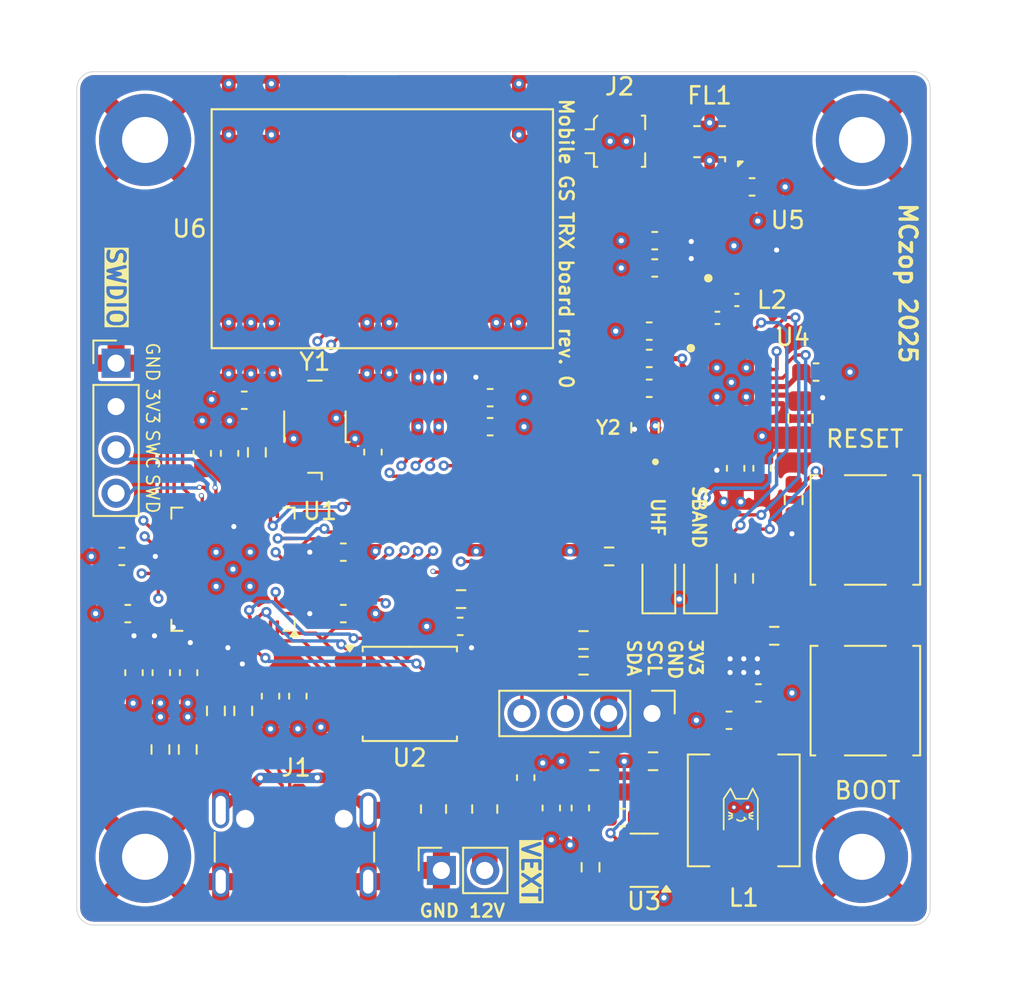
<source format=kicad_pcb>
(kicad_pcb (version 20241229) (generator "pcbnew") (generator_version "9.0")
  (layers (0 "F.Cu" signal) (4 "In1.Cu" signal) (6 "In2.Cu" signal) (2 "B.Cu" signal) (13 "F.Paste" user) (15 "B.Paste" user) (5 "F.SilkS" user "F.Silkscreen") (7 "B.SilkS" user "B.Silkscreen") (1 "F.Mask" user) (3 "B.Mask" user) (25 "Edge.Cuts" user))
  (net 0 "")
  (net 1 "GND")
  (net 2 "Net-(U1-XIN)")
  (net 3 "Net-(C2-Pad2)")
  (net 4 "+3V3")
  (net 5 "VCC")
  (net 6 "Net-(C7-Pad2)")
  (net 7 "Net-(U3-SW)")
  (net 8 "DP")
  (net 10 "Net-(J1-CC1)")
  (net 11 "VBUS")
  (net 12 "Net-(J1-CC2)")
  (net 14 "Net-(U1-XOUT)")
  (net 15 "Net-(U3-BOOT)")
  (net 16 "Net-(U3-FB)")
  (net 18 "SPI1_CS")
  (net 21 "SPI0_CS")
  (net 22 "FLASH_SD3")
  (net 23 "FLASH_CS")
  (net 24 "SPI0_MISO")
  (net 25 "SPI1_SCLK")
  (net 26 "FLASH_SD0")
  (net 27 "SPI0_MOSI")
  (net 28 "SWDIO")
  (net 29 "RUN")
  (net 31 "SWCLK")
  (net 32 "FLASH_SD2")
  (net 35 "SPI0_SCLK")
  (net 36 "SPI1_MOSI")
  (net 37 "FLASH_SCLK")
  (net 38 "SPI1_MISO")
  (net 39 "FLASH_SD1")
  (net 41 "VEXT")
  (net 42 "+1V1")
  (net 43 "DN")
  (net 44 "Net-(Y2-OUTPUT)")
  (net 45 "Net-(U4-XTA)")
  (net 46 "Net-(U4-RFIO)")
  (net 47 "Net-(FL1-IN)")
  (net 48 "Net-(FL1-OUT)")
  (net 50 "Net-(U5-TXRX)")
  (net 52 "DMN")
  (net 53 "DMP")
  (net 55 "Net-(R12-Pad1)")
  (net 56 "Net-(U4-VR_PA)")
  (net 57 "Net-(U4-DCC_SW)")
  (net 58 "DCC")
  (net 59 "SB_DIO3")
  (net 60 "SB_BUSY")
  (net 61 "SB_DIO1")
  (net 62 "SB_DIO2")
  (net 63 "SB_RST")
  (net 64 "SB_TXEN")
  (net 65 "U_RXEN")
  (net 66 "U_TXEN")
  (net 67 "U_DIO1")
  (net 68 "U_DIO2")
  (net 69 "U_BUSY")
  (net 70 "U_RST")
  (net 71 "SDA")
  (net 72 "SCL")
  (net 73 "Net-(D1-A)")
  (net 74 "Net-(D2-A)")
  (net 75 "LED_UHF")
  (net 76 "LED_SBAND")
  (footprint "MountingHole:MountingHole_2.7mm_M2.5_Pad" (layer "F.Cu") (at 114 64)
    (property "Reference" "H1" (hide yes))
    (property "Value" "MH")
  )
  (footprint "LED_SMD:LED_0805_2012Metric_Pad1.15x1.40mm_HandSolder" (layer "F.Cu") (at 144.1 89.875 90)
    (property "Reference" "D1" (hide yes))
    (property "Value" "UHF_ACT")
  )
  (footprint "MountingHole:MountingHole_2.7mm_M2.5_Pad" (layer "F.Cu") (at 156 64)
    (property "Reference" "H2" (hide yes))
    (property "Value" "MH")
  )
  (footprint "E22-900M22S:E22-900M22S" (layer "F.Cu") (at 127.9 69.2 -90)
    (property "Reference" "U6")
    (property "Value" "E22-400M22S" (hide yes))
  )
  (footprint "Connector_PinHeader_2.54mm:PinHeader_1x04_P2.54mm_Vertical" (layer "F.Cu") (at 112.3 77.08)
    (property "Reference" "J3" (hide yes))
    (property "Value" "SWDIO")
  )
  (footprint "Button_Switch_SMD:SW_Push_1P1T_NO_CK_KSC6xxJ" (layer "F.Cu") (at 156.2 96.85 -90)
    (property "Reference" "SW2" (hide yes))
    (property "Value" "BOOT")
  )
  (footprint "Connector_PinSocket_2.54mm:PinSocket_1x02_P2.54mm_Vertical" (layer "F.Cu") (at 131.36 106.8 90)
    (property "Reference" "J4" (hide yes))
    (property "Value" "Ext Power")
  )
  (footprint "Capacitor_SMD:C_0402_1005Metric_Pad0.74x0.62mm_HandSolder" (layer "F.Cu") (at 147.5325 74.425 180)
    (property "Reference" "C22" (hide yes))
    (property "Value" "1n")
  )
  (footprint "Capacitor_SMD:C_0603_1608Metric_Pad1.08x0.95mm_HandSolder" (layer "F.Cu") (at 137.8 103.1375 90)
    (property "Reference" "C6" (hide yes))
    (property "Value" "10u")
  )
  (footprint "Capacitor_SMD:C_0603_1608Metric_Pad1.08x0.95mm_HandSolder" (layer "F.Cu") (at 116.55 95.2125 90)
    (property "Reference" "C20" (hide yes))
    (property "Value" "100n")
  )
  (footprint "Capacitor_SMD:C_0603_1608Metric_Pad1.08x0.95mm_HandSolder" (layer "F.Cu") (at 143.5375 78.55 180)
    (property "Reference" "C21" (hide yes))
    (property "Value" "1n")
  )
  (footprint "Capacitor_SMD:C_0603_1608Metric_Pad1.08x0.95mm_HandSolder" (layer "F.Cu") (at 121.35 96.5875 90)
    (property "Reference" "C11" (hide yes))
    (property "Value" "1u")
  )
  (footprint "Crystal:Crystal_SMD_Abracon_ABM3B-4Pin_5.0x3.2mm" (layer "F.Cu") (at 123.95 80.8 90)
    (property "Reference" "Y1")
    (property "Value" "12MHz")
  )
  (footprint "Resistor_SMD:R_0603_1608Metric_Pad0.98x0.95mm_HandSolder" (layer "F.Cu") (at 118.15 97.45 90)
    (property "Reference" "R7" (hide yes))
    (property "Value" "27")
  )
  (footprint "Capacitor_SMD:C_0603_1608Metric_Pad1.08x0.95mm_HandSolder" (layer "F.Cu") (at 119.8125 79.25)
    (property "Reference" "C2" (hide yes))
    (property "Value" "12p")
  )
  (footprint "Capacitor_SMD:C_0603_1608Metric_Pad1.08x0.95mm_HandSolder" (layer "F.Cu") (at 122.95 96.5875 90)
    (property "Reference" "C10" (hide yes))
    (property "Value" "100n")
  )
  (footprint "Resistor_SMD:R_0603_1608Metric_Pad0.98x0.95mm_HandSolder" (layer "F.Cu") (at 120.55 82.3 -90)
    (property "Reference" "R1" (hide yes))
    (property "Value" "1k")
  )
  (footprint "Capacitor_SMD:C_0603_1608Metric_Pad1.08x0.95mm_HandSolder" (layer "F.Cu") (at 143.5375 75.2)
    (property "Reference" "C28" (hide yes))
    (property "Value" "100n")
  )
  (footprint "Capacitor_SMD:C_0603_1608Metric_Pad1.08x0.95mm_HandSolder" (layer "F.Cu") (at 153.3125 77.6)
    (property "Reference" "C30" (hide yes))
    (property "Value" "100n")
  )
  (footprint "Capacitor_SMD:C_0603_1608Metric_Pad1.08x0.95mm_HandSolder" (layer "F.Cu") (at 127.35 82.2875 -90)
    (property "Reference" "C1" (hide yes))
    (property "Value" "12p")
  )
  (footprint "Capacitor_SMD:C_0603_1608Metric_Pad1.08x0.95mm_HandSolder" (layer "F.Cu") (at 143.8625 71.5 180)
    (property "Reference" "C27" (hide yes))
    (property "Value" "100n")
  )
  (footprint "Resistor_SMD:R_0603_1608Metric_Pad0.98x0.95mm_HandSolder" (layer "F.Cu") (at 140.1 106.6125 90)
    (property "Reference" "R4" (hide yes))
    (property "Value" "1k")
  )
  (footprint "Resistor_SMD:R_0603_1608Metric_Pad0.98x0.95mm_HandSolder" (layer "F.Cu") (at 149.1 89.6875 -90)
    (property "Reference" "R17" (hide yes))
    (property "Value" "1k")
  )
  (footprint "Capacitor_SMD:C_0603_1608Metric_Pad1.08x0.95mm_HandSolder" (layer "F.Cu") (at 149.9375 96.4 180)
    (property "Reference" "C8" (hide yes))
    (property "Value" "22u")
  )
  (footprint "Resistor_SMD:R_0603_1608Metric_Pad0.98x0.95mm_HandSolder" (layer "F.Cu") (at 152 85.0875 -90)
    (property "Reference" "R11" (hide yes))
    (property "Value" "10k")
  )
  (footprint "Capacitor_SMD:C_0603_1608Metric_Pad1.08x0.95mm_HandSolder" (layer "F.Cu") (at 150.15 83.2375 -90)
    (property "Reference" "C31" (hide yes))
    (property "Value" "1u")
  )
  (footprint "Resistor_SMD:R_0603_1608Metric_Pad0.98x0.95mm_HandSolder" (layer "F.Cu") (at 114.9 99.7125 -90)
    (property "Reference" "R2" (hide yes))
    (property "Value" "5.1k")
  )
  (footprint "Capacitor_SMD:C_0603_1608Metric_Pad1.08x0.95mm_HandSolder" (layer "F.Cu") (at 112.9875 91.75)
    (property "Reference" "C15" (hide yes))
    (property "Value" "100n")
  )
  (footprint "Capacitor_SMD:C_0603_1608Metric_Pad1.08x0.95mm_HandSolder" (layer "F.Cu") (at 139.5 103.1375 90)
    (property "Reference" "C4" (hide yes))
    (property "Value" "100n")
  )
  (footprint "Capacitor_SMD:C_0603_1608Metric_Pad1.08x0.95mm_HandSolder" (layer "F.Cu") (at 132.4625 92.5 180)
    (property "Reference" "C3" (hide yes))
    (property "Value" "100n")
  )
  (footprint "Resistor_SMD:R_0603_1608Metric_Pad0.98x0.95mm_HandSolder" (layer "F.Cu") (at 116.5 99.7125 -90)
    (property "Reference" "R3" (hide yes))
    (property "Value" "5.1k")
  )
  (footprint "ECS-TXO-20CSMV4:OSC_ECS-TXO-20CSMV4-520-AN-TR" (layer "F.Cu") (at 143.2875 80.86 90)
    (property "Reference" "Y2")
    (property "Value" "52MHz TCXO")
  )
  (footprint "Resistor_SMD:R_0603_1608Metric_Pad0.98x0.95mm_HandSolder" (layer "F.Cu") (at 141.1875 88.4 180)
    (property "Reference" "R16" (hide yes))
    (property "Value" "1k")
  )
  (footprint "Resistor_SMD:R_0805_2012Metric_Pad1.20x1.40mm_HandSolder" (layer "F.Cu") (at 130.9 103.2 90)
    (property "Reference" "R9" (hide yes))
    (property "Value" "0")
  )
  (footprint "Resistor_SMD:R_0603_1608Metric_Pad0.98x0.95mm_HandSolder" (layer "F.Cu") (at 139.6875 93.3)
    (property "Reference" "R14" (hide yes))
    (property "Value" "5.1k")
  )
  (footprint "Capacitor_SMD:C_0603_1608Metric_Pad1.08x0.95mm_HandSolder" (layer "F.Cu") (at 143.8625 69.9 180)
    (property "Reference" "C26" (hide yes))
    (property "Value" "100n")
  )
  (footprint "Capacitor_SMD:C_0603_1608Metric_Pad1.08x0.95mm_HandSolder" (layer "F.Cu") (at 148.2125 98)
    (property "Reference" "C9" (hide yes))
    (property "Value" "22u")
  )
  (footprint "Capacitor_SMD:C_0603_1608Metric_Pad1.08x0.95mm_HandSolder" (layer "F.Cu") (at 117.35 82.3625 -90)
    (property "Reference" "C12" (hide yes))
    (property "Value" "100n")
  )
  (footprint "Inductor_SMD:L_Vishay_IHLP-2525" (layer "F.Cu") (at 149.075 103.279 90)
    (property "Reference" "L1")
    (property "Value" "4.7u")
  )
  (footprint "Resistor_SMD:R_0603_1608Metric_Pad0.98x0.95mm_HandSolder" (layer "F.Cu") (at 140.3125 100.4)
    (property "Reference" "R6" (hide yes))
    (property "Value" "10k")
  )
  (footprint "Capacitor_SMD:C_0603_1608Metric_Pad1.08x0.95mm_HandSolder" (layer "F.Cu") (at 112.6375 88.4)
    (property "Reference" "C16" (hide yes))
    (property "Value" "100n")
  )
  (footprint "SamacSys_Parts:QFN50P300X300X60-17N-D" (layer "F.Cu") (at 148.5 70.2 90)
    (property "Reference" "U5")
    (property "Value" "RFX2401C" (hide yes))
  )
  (footprint "Capacitor_SMD:C_0603_1608Metric_Pad1.08x0.95mm_HandSolder" (layer "F.Cu") (at 143.5375 76.8)
    (property "Reference" "C29" (hide yes))
    (property "Value" "100n")
  )
  (footprint "Resistor_SMD:R_0603_1608Metric_Pad0.98x0.95mm_HandSolder" (layer "F.Cu") (at 139.6875 94.8 180)
    (property "Reference" "R15" (hide yes))
    (property "Value" "5.1k")
  )
  (footprint "Inductor_SMD:L_0402_1005Metric_Pad0.77x0.64mm_HandSolder" (layer "F.Cu") (at 148.6725 73.375 180)
    (property "Reference" "L2")
    (property "Value" "L")
  )
  (footprint "Resistor_SMD:R_0603_1608Metric_Pad0.98x0.95mm_HandSolder" (layer "F.Cu") (at 143.7625 100.4)
    (property "Reference" "R5" (hide yes))
    (property "Value" "30.9k")
  )
  (footprint "MountingHole:MountingHole_2.7mm_M2.5_Pad" (layer "F.Cu") (at 114 106)
    (property "Reference" "H4" (hide yes))
    (property "Value" "MH")
  )
  (footprint "Filter:Filter_Mini-Circuits_FV1206" (layer "F.Cu") (at 147.075 64.1 180)
    (property "Reference" "FL1")
    (property "Value" "LFCN-2500")
  )
  (footprint "Resistor_SMD:R_0603_1608Metric_Pad0.98x0.95mm_HandSolder" (layer "F.Cu") (at 150.8625 93.05 180)
    (property "Reference" "R12" (hide yes))
    (property "Value" "1k")
  )
  (footprint "LED_SMD:LED_0805_2012Metric_Pad1.15x1.40mm_HandSolder" (layer "F.Cu") (at 146.54 89.875 90)
    (property "Reference" "D2" (hide yes))
    (property "Value" "SBAND_ACT")
  )
  (footprint "Connector_PinHeader_2.54mm:PinHeader_1x04_P2.54mm_Vertical" (layer "F.Cu") (at 143.7 97.6 -90)
    (property "Reference" "J5" (hide yes))
    (property "Value" "I2C")
  )
  (footprint "Capacitor_SMD:C_0603_1608Metric_Pad1.08x0.95mm_HandSolder" (layer "F.Cu") (at 134.2175 80.8)
    (property "Reference" "C24" (hide yes))
    (property "Value" "22u")
  )
  (footprint "Resistor_SMD:R_0805_2012Metric_Pad1.20x1.40mm_HandSolder" (layer "F.Cu") (at 133.9 103.2 90)
    (property "Reference" "R10" (hide yes))
    (property "Value" "0")
  )
  (footprint "Capacitor_SMD:C_0603_1608Metric_Pad1.08x0.95mm_HandSolder" (layer "F.Cu") (at 134.2175 79.1 180)
    (property "Reference" "C25" (hide yes))
    (property "Value" "100n")
  )
  (footprint "Capacitor_SMD:C_0603_1608Metric_Pad1.08x0.95mm_HandSolder" (layer "F.Cu") (at 149.5625 66.75)
    (property "Reference" "C23" (hide yes))
    (property "Value" "0.3p")
  )
  (footprint "Package_SO:SOIC-8_5.3x5.3mm_P1.27mm" (layer "F.Cu") (at 129.5125 96.455)
    (property "Reference" "U2")
    (property "Value" "W25Q128JVS")
  )
  (footprint "MountingHole:MountingHole_2.7mm_M2.5_Pad" (layer "F.Cu") (at 156 106)
    (property "Reference" "H3" (hide yes))
    (property "Value" "MH")
  )
  (footprint "Connector_USB:USB_C_Receptacle_GCT_USB4105-xx-A_16P_TopMnt_Horizontal" (layer "F.Cu") (at 122.75 106.38)
    (property "Reference" "J1")
    (property "Value" "USB_C")
  )
  (footprint "SamacSys_Parts:QFN50P400X400X100-25N-D" (layer "F.Cu") (at 148.35 78.2)
    (property "Reference" "U4")
    (property "Value" "SX1280IMLTRT" (hide yes))
  )
  (footprint "Inductor_SMD:L_0805_2012Metric_Pad1.15x1.40mm_HandSolder" (layer "F.Cu") (at 152.4 80.325 -90)
    (property "Reference" "L3" (hide yes))
    (property "Value" "15u")
  )
  (footprint "Capacitor_SMD:C_0603_1608Metric_Pad1.08x0.95mm_HandSolder" (layer "F.Cu") (at 113.35 95.2125 90)
    (property "Reference" "C13" (hide yes))
    (property "Value" "1u")
  )
  (footprint "Connector_Coaxial:U.FL_Molex_MCRF_73412-0110_Vertical" (layer "F.Cu") (at 141.8 64.075 90)
    (property "Reference" "J2")
    (property "Value" "SB_U.FL")
  )
  (footprint "Capacitor_SMD:C_0603_1608Metric_Pad1.08x0.95mm_HandSolder" (layer "F.Cu") (at 148.6 83.2375 -90)
    (property "Reference" "C32" (hide yes))
    (property "Value" "100n")
  )
  (footprint "Resistor_SMD:R_0603_1608Metric_Pad0.98x0.95mm_HandSolder" (layer "F.Cu") (at 132.5125 90.9)
    (property "Reference" "R13" (hide yes))
    (property "Value" "10k")
  )
  (footprint "Capacitor_SMD:C_0603_1608Metric_Pad1.08x0.95mm_HandSolder" (layer "F.Cu") (at 125.6125 91.75 180)
    (property "Reference" "C17" (hide yes))
    (property "Value" "100n")
  )
  (footprint "Capacitor_SMD:C_0603_1608Metric_Pad1.08x0.95mm_HandSolder" (layer "F.Cu") (at 141.9625 103.7 180)
    (property "Reference" "C7" (hide yes))
    (property "Value" "100n")
  )
  (footprint "Capacitor_SMD:C_0603_1608Metric_Pad1.08x0.95mm_HandSolder" (layer "F.Cu") (at 136.3 101.3625 -90)
    (property "Reference" "C5" (hide yes))
    (property "Value" "10u")
  )
  (footprint "Resistor_SMD:R_0603_1608Metric_Pad0.98x0.95mm_HandSolder" (layer "F.Cu") (at 119.75 97.45 -90)
    (property "Reference" "R8" (hide yes))
    (property "Value" "27")
  )
  (footprint "Package_DFN_QFN:QFN-56-1EP_7x7mm_P0.4mm_EP3.2x3.2mm" (layer "F.Cu") (at 119.15 89.15 180)
    (property "Reference" "U1")
    (property "Value" "RP2040")
  )
  (footprint "Capacitor_SMD:C_0603_1608Metric_Pad1.08x0.95mm_HandSolder" (layer "F.Cu") (at 125.6125 88.15 180)
    (property "Reference" "C18" (hide yes))
    (property "Value" "100n")
  )
  (footprint "Capacitor_SMD:C_0603_1608Metric_Pad1.08x0.95mm_HandSolder" (layer "F.Cu") (at 118.95 82.3625 -90)
    (property "Reference" "C19" (hide yes))
    (property "Value" "100n")
  )
  (footprint "Package_TO_SOT_SMD:SOT-23-6" (layer "F.Cu") (at 143.2375 106.2 180)
    (property "Reference" "U3")
    (property "Value" "TPS56339DDC")
  )
  (footprint "Capacitor_SMD:C_0603_1608Metric_Pad1.08x0.95mm_HandSolder" (layer "F.Cu") (at 114.95 95.2125 90)
    (property "Reference" "C14" (hide yes))
    (property "Value" "100n")
  )
  (footprint "Button_Switch_SMD:SW_Push_1P1T_NO_CK_KSC6xxJ" (layer "F.Cu") (at 156.2 86.85 -90)
    (property "Reference" "SW1" (hide yes))
    (property "Value" "RESET")
  )
  (gr_line (start 148.3 102) (end 147.9 102.6) (stroke (width 0.1)) (layer "F.SilkS"))
  (gr_line (start 149.4 103.6) (end 149.6 103.6) (stroke (width 0.1)) (layer "F.SilkS"))
  (gr_line (start 149.3 102.6) (end 149.6 102) (stroke (width 0.1)) (layer "F.SilkS"))
  (gr_line (start 149.9 102.6) (end 149.9 104.4) (stroke (width 0.1)) (layer "F.SilkS"))
  (gr_line (start 148.4 103.5) (end 148.2 103.4) (stroke (width 0.1)) (layer "F.SilkS"))
  (gr_line (start 148.4 103.7) (end 148.2 103.8) (stroke (width 0.1)) (layer "F.SilkS"))
  (gr_line (start 148.3 102) (end 148.6 102.6) (stroke (width 0.1)) (layer "F.SilkS"))
  (gr_line (start 149.4 103.7) (end 149.6 103.8) (stroke (width 0.1)) (layer "F.SilkS"))
  (gr_arc (start 149.114939 103.803028) (mid 148.9 103.9) (end 148.679037 103.817672) (stroke (width 0.1)) (layer "F.SilkS"))
  (gr_line (start 149.4 103.5) (end 149.6 103.4) (stroke (width 0.1)) (layer "F.SilkS"))
  (gr_line (start 149.1 103.7) (end 149.2 103.803028) (stroke (width 0.1)) (layer "F.SilkS"))
  (gr_line (start 148.6 102.6) (end 149.3 102.6) (stroke (width 0.1)) (layer "F.SilkS"))
  (gr_line (start 148.4 103.6) (end 148.2 103.6) (stroke (width 0.1)) (layer "F.SilkS"))
  (gr_line (start 147.9 102.6) (end 147.9 104.4) (stroke (width 0.1)) (layer "F.SilkS"))
  (gr_line (start 149.6 102) (end 149.9 102.6) (stroke (width 0.1)) (layer "F.SilkS"))
  (gr_arc (start 110 61) (mid 110.292893 60.292893) (end 111 60) (stroke (width 0.05)) (layer "Edge.Cuts"))
  (gr_line (start 160 61) (end 160 109) (stroke (width 0.05)) (layer "Edge.Cuts"))
  (gr_arc (start 111 110) (mid 110.292893 109.707107) (end 110 109) (stroke (width 0.05)) (layer "Edge.Cuts"))
  (gr_line (start 159 110) (end 111 110) (stroke (width 0.05)) (layer "Edge.Cuts"))
  (gr_line (start 111 60) (end 159 60) (stroke (width 0.05)) (layer "Edge.Cuts"))
  (gr_line (start 110 109) (end 110 61) (stroke (width 0.05)) (layer "Edge.Cuts"))
  (gr_arc (start 160 109) (mid 159.707107 109.707107) (end 159 110) (stroke (width 0.05)) (layer "Edge.Cuts"))
  (gr_arc (start 159 60) (mid 159.707107 60.292893) (end 160 61) (stroke (width 0.05)) (layer "Edge.Cuts"))
  (gr_text "GND\n" (at 130 109.6 0) (layer "F.SilkS") (effects (font (size 0.75 0.75)) (justify left bottom)))
  (gr_text "RESET" (at 153.8 82.1 0) (layer "F.SilkS") (effects (font (size 1 1)) (justify left bottom)))
  (gr_text "SWC\n" (at 114 80.9 270) (layer "F.SilkS") (effects (font (size 0.75 0.75) (thickness 0.1)) (justify left bottom)))
  (gr_text "MCzop 2025" (at 158.1 67.6 270) (layer "F.SilkS") (effects (font (size 1 1) (thickness 0.2) (bold yes)) (justify left bottom)))
  (gr_text "SWD\n" (at 114 83.5 270) (layer "F.SilkS") (effects (font (size 0.75 0.75) (thickness 0.1)) (justify left bottom)))
  (gr_text "Mobile GS TRX board rev. 0" (at 138.2 61.5 270) (layer "F.SilkS") (effects (font (size 0.8 0.8) (thickness 0.15) (bold yes)) (justify left bottom)))
  (gr_text "SBAND\n\nUHF\n" (at 143.6 86.1 270) (layer "F.SilkS") (effects (font (size 0.75 0.75)) (justify bottom)))
  (gr_text "GND\n" (at 114 75.8 270) (layer "F.SilkS") (effects (font (size 0.75 0.75) (thickness 0.1)) (justify left bottom)))
  (gr_text "3V3\n" (at 114 78.5 270) (layer "F.SilkS") (effects (font (size 0.75 0.75) (thickness 0.1)) (justify left bottom)))
  (gr_text "12V" (at 132.9 109.6 0) (layer "F.SilkS") (effects (font (size 0.75 0.75)) (justify left bottom)))
  (gr_text "3V3\nGND\nSCL\nSDA" (at 142.2 93.2 270) (layer "F.SilkS") (effects (font (size 0.75 0.75)) (justify left bottom)))
  (gr_text "BOOT\n" (at 154.3 102.7 0) (layer "F.SilkS") (effects (font (size 1 1)) (justify left bottom)))
  (gr_text "VEXT\n" (at 136 105 270) (layer "F.SilkS" knockout) (effects (font (size 1 1) (thickness 0.2) (bold yes)) (justify left bottom)))
  (gr_text "SWDIO" (at 111.7 70.2 270) (layer "F.SilkS" knockout) (effects (font (size 1 1) (thickness 0.2) (bold yes)) (justify left bottom)))
  (segment (start 119.55 102.7) (end 119.005 102.7) (width 0.6) (layer "F.Cu") (net 1))
  (segment (start 120.15 88.135528) (end 120.159784 88.145312) (width 0.2) (layer "F.Cu") (net 1))
  (segment (start 143.9 79.95) (end 143.9 81.77) (width 0.2) (layer "F.Cu") (net 1))
  (segment (start 143.9 80.75) (end 143.9 79.95) (width 0.2) (layer "F.Cu") (net 1))
  (segment (start 126.495 102.7) (end 127.07 103.275) (width 0.6) (layer "F.Cu") (net 1))
  (segment (start 144.375 107.15) (end 144.525 107.15) (width 0.2) (layer "F.Cu") (net 1))
  (segment (start 120.15 85.7125) (end 120.15 88.135528) (width 0.2) (layer "F.Cu") (net 1))
  (segment (start 125.95 102.7) (end 126.495 102.7) (width 0.6) (layer "F.Cu") (net 1))
  (segment (start 119.005 102.7) (end 118.43 103.275) (width 0.6) (layer "F.Cu") (net 1))
  (via (at 117.35 80.45) (size 0.6) (drill 0.3) (layers "F.Cu" "B.Cu") (net 1))
  (via (at 118.9 63.7) (size 0.6) (drill 0.3) (layers "F.Cu" "B.Cu") (net 1))
  (via (at 149.3 103.1) (size 0.3) (drill 0.2) (layers "F.Cu" "B.Cu") (net 1))
  (via (at 148.9 85.2) (size 0.6) (drill 0.3) (layers "F.Cu" "B.Cu") (net 1))
  (via (at 121.5 77.7) (size 0.6) (drill 0.3) (layers "F.Cu" "B.Cu") (net 1))
  (via (at 110.85 88.4) (size 0.6) (drill 0.3) (layers "F.Cu" "B.Cu") (net 1))
  (via (at 141.575 75.2) (size 0.6) (drill 0.3) (layers "F.Cu" "B.Cu") (net 1))
  (via (at 138.9 88.1) (size 0.6) (drill 0.3) (layers "F.Cu" "B.Cu") (net 1))
  (via (at 120.2 74.7) (size 0.6) (drill 0.3) (layers "F.Cu" "B.Cu") (net 1))
  (via (at 145.3 90.9) (size 0.6) (drill 0.3) (layers "F.Cu" "B.Cu") (net 1))
  (via (at 128.3 74.7) (size 0.6) (drill 0.3) (layers "F.Cu" "B.Cu") (net 1))
  (via (at 149.9 68.75) (size 0.6) (drill 0.3) (layers "F.Cu" "B.Cu") (net 1))
  (via (at 149.225 77.35) (size 0.6) (drill 0.3) (layers "F.Cu" "B.Cu") (net 1))
  (via (at 138.9 105.3) (size 0.6) (drill 0.3) (layers "F.Cu" "B.Cu") (net 1))
  (via (at 119.15 89.15) (size 0.6) (drill 0.3) (layers "F.Cu" "B.Cu") (net 1))
  (via (at 120.2 77.7) (size 0.6) (drill 0.3) (layers "F.Cu" "B.Cu") (net 1))
  (via (at 121.4 60.7) (size 0.6) (drill 0.3) (layers "F.Cu" "B.Cu") (net 1))
  (via (at 141.9 69.9) (size 0.6) (drill 0.3) (layers "F.Cu" "B.Cu") (net 1))
  (via (at 118.9 74.7) (size 0.6) (drill 0.3) (layers "F.Cu" "B.Cu") (net 1))
  (via (at 118.163727 90.155728) (size 0.6) (drill 0.3) (layers "F.Cu" "B.Cu") (net 1))
  (via (at 133.4 88.1) (size 0.6) (drill 0.3) (layers "F.Cu" "B.Cu") (net 1))
  (via (at 130 77.9) (size 0.6) (drill 0.3) (layers "F.Cu" "B.Cu") (net 1))
  (via (at 118.9 77.7) (size 0.6) (drill 0.3) (layers "F.Cu" "B.Cu") (net 1))
  (via (at 120.159784 88.145312) (size 0.6) (drill 0.3) (layers "F.Cu" "B.Cu") (net 1))
  (via (at 111.1 91.75) (size 0.6) (drill 0.3) (layers "F.Cu" "B.Cu") (net 1))
  (via (at 127 74.7) (size 0.6) (drill 0.3) (layers "F.Cu" "B.Cu") (net 1))
  (via (at 135.88 74.7) (size 0.6) (drill 0.3) (layers "F.Cu" "B.Cu") (net 1))
  (via (at 142.2 64.075) (size 0.6) (drill 0.3) (layers "F.Cu" "B.Cu") (net 1))
  (via (at 121.4 74.7) (size 0.6) (drill 0.3) (layers "F.Cu" "B.Cu") (net 1))
  (via (at 144.4 108.4) (size 0.6) (drill 0.3) (layers "F.Cu" "B.Cu") (net 1))
  (via (at 147.9 85.2) (size 0.6) (drill 0.3) (layers "F.Cu" "B.Cu") (net 1))
  (via (at 126.3 81.5) (size 0.6) (drill 0.3) (layers "F.Cu" "B.Cu") (net 1))
  (via (at 149.225 79.05) (size 0.6) (drill 0.3) (layers "F.Cu" "B.Cu") (net 1))
  (via (at 136.2 79.1) (size 0.6) (drill 0.3) (layers "F.Cu" "B.Cu") (net 1))
  (via (at 118.156547 88.152492) (size 0.6) (drill 0.3) (layers "F.Cu" "B.Cu") (net 1))
  (via (at 113.3 97) (size 0.6) (drill 0.3) (layers "F.Cu" "B.Cu") (net 1))
  (via (at 114.9 97.8) (size 0.6) (drill 0.3) (layers "F.Cu" "B.Cu") (net 1))
  (via (at 127 77.7) (size 0.6) (drill 0.3) (layers "F.Cu" "B.Cu") (net 1))
  (via (at 155.3 77.6) (size 0.6) (drill 0.3) (layers "F.Cu" "B.Cu") (net 1))
  (via (at 122.7 81.5) (size 0.6) (drill 0.3) (layers "F.Cu" "B.Cu") (net 1))
  (via (at 117.9 79.2) (size 0.6) (drill 0.3) (layers "F.Cu" "B.Cu") (net 1))
  (via (at 114.9 97) (size 0.6) (drill 0.3) (layers "F.Cu" "B.Cu") (net 1))
  (via (at 134.58 74.7) (size 0.6) (drill 0.3) (layers "F.Cu" "B.Cu") (net 1))
  (via (at 116.5 97) (size 0.6) (drill 0.3) (layers "F.Cu" "B.Cu") (net 1))
  (via (at 122.95 98.5) (size 0.6) (drill 0.3) (layers "F.Cu" "B.Cu") (net 1))
  (via (at 148.5 103.1) (size 0.3) (drill 0.2) (layers "F.Cu" "B.Cu") (net 1))
  (via (at 137.8 105) (size 0.6) (drill 0.3) (layers "F.Cu" "B.Cu") (net 1))
  (via (at 151.9 96.4) (size 0.6) (drill 0.3) (layers "F.Cu" "B.Cu") (net 1))
  (via (at 141.25 64.075) (size 0.6) (drill 0.3) (layers "F.Cu" "B.Cu") (net 1))
  (via (at 121.4 63.7) (size 0.6) (drill 0.3) (layers "F.Cu" "B.Cu") (net 1))
  (via (at 127.5 91.75) (size 0.6) (drill 0.3) (layers "F.Cu" "B.Cu") (net 1))
  (via (at 116.5 97.8) (size 0.6) (drill 0.3) (layers "F.Cu" "B.Cu") (net 1))
  (via (at 143.9 80.75) (size 0.6) (drill 0.3) (layers "F.Cu" "B.Cu") (net 1))
  (via (at 131.2 77.9) (size 0.6) (drill 0.3) (layers "F.Cu" "B.Cu") (net 1))
  (via (at 148.5 70.2) (size 0.6) (drill 0.3) (layers "F.Cu" "B.Cu") (net 1))
  (via (at 131.2 80.8) (size 0.6) (drill 0.3) (layers "F.Cu" "B.Cu") (net 1))
  (via (at 120.145424 90.155728) (size 0.6) (drill 0.3) (layers "F.Cu" "B.Cu") (net 1))
  (via (at 136.2 80.8) (size 0.6) (drill 0.3) (layers "F.Cu" "B.Cu") (net 1))
  (via (at 128.3 77.7) (size 0.6) (drill 0.3) (layers "F.Cu" "B.Cu") (net 1))
  (via (at 147.5 79.05) (size 0.6) (drill 0.3) (layers "F.Cu" "B.Cu") (net 1))
  (via (at 138.4 100.4) (size 0.6) (drill 0.3) (layers "F.Cu" "B.Cu") (net 1))
  (via (at 135.9 63.7) (size 0.6) (drill 0.3) (layers "F.Cu" "B.Cu") (net 1))
  (via (at 148.35 78.2) (size 0.6) (drill 0.3) (layers "F.Cu" "B.Cu") (net 1))
  (via (at 118.95 80.45) (size 0.6) (drill 0.3) (layers "F.Cu" "B.Cu") (net 1))
  (via (at 147.5 77.35) (size 0.6) (drill 0.3) (layers "F.Cu" "B.Cu") (net 1))
  (via (at 127.5 88.1) (size 0.6) (drill 0.3) (layers "F.Cu" "B.Cu") (net 1))
  (via (at 151.5 66.75) (size 0.6) (drill 0.3) (layers "F.Cu" "B.Cu") (net 1))
  (via (at 146.3 98) (size 0.6) (drill 0.3) (layers "F.Cu" "B.Cu") (net 1))
  (via (at 141.9 71.5) (size 0.6) (drill 0.3) (layers "F.Cu" "B.Cu") (net 1))
  (via (at 121.35 98.5) (size 0.6) (drill 0.3) (layers "F.Cu" "B.Cu") (net 1))
  (via (at 135.9 60.7) (size 0.6) (drill 0.3) (layers "F.Cu" "B.Cu") (net 1))
  (via (at 125.2 80.3) (size 0.6) (drill 0.3) (layers "F.Cu" "B.Cu") (net 1))
  (via (at 130 80.8) (size 0.6) (drill 0.3) (layers "F.Cu" "B.Cu") (net 1))
  (via (at 124.3 98.4) (size 0.6) (drill 0.3) (layers "F.Cu" "B.Cu") (net 1))
  (via (at 118.9 60.7) (size 0.6) (drill 0.3) (layers "F.Cu" "B.Cu") (net 1))
  (via (at 130.5 92.5) (size 0.6) (drill 0.3) (layers "F.Cu" "B.Cu") (net 1))
  (via (at 137.3 100.5) (size 0.6) (drill 0.3) (layers "F.Cu" "B.Cu") (net 1))
  (segment (start 120.7 84.1) (end 123.4 84.1) (width 0.2) (layer "F.Cu") (net 2))
  (segment (start 119.75 85.05) (end 120.7 84.1) (width 0.2) (layer "F.Cu") (net 2))
  (segment (start 123.5 84) (end 124.35 83.15) (width 0.2) (layer "F.Cu") (net 2))
  (segment (start 123.4 84.1) (end 123.5 84) (width 0.2) (layer "F.Cu") (net 2))
  (segment (start 124.35 83.15) (end 127.35 83.15) (width 0.2) (layer "F.Cu") (net 2))
  (segment (start 119.75 85.7125) (end 119.75 85.05) (width 0.2) (layer "F.Cu") (net 2))
  (segment (start 120.55 81.3875) (end 122.6875 79.25) (width 0.2) (layer "F.Cu") (net 3))
  (segment (start 120.55 81.45) (end 120.55 81.3875) (width 0.2) (layer "F.Cu") (net 3))
  (segment (start 122.6875 79.25) (end 122.75 79.25) (width 0.2) (layer "F.Cu") (net 3))
  (segment (start 120.675 79.25) (end 122.75 79.25) (width 0.2) (layer "F.Cu") (net 3))
  (segment (start 151 70.45) (end 150 70.45) (width 0.2) (layer "F.Cu") (net 4))
  (segment (start 144.675 100.4) (end 149.033 100.4) (width 0.8) (layer "F.Cu") (net 4))
  (segment (start 143.7 97.6) (end 143.7 97.3) (width 0.2) (layer "F.Cu") (net 4))
  (segment (start 148.475 82.175) (end 148.55 82.175) (width 0.3) (layer "F.Cu") (net 4))
  (segment (start 144.975 69.95) (end 144.925 69.9) (width 0.2939) (layer "F.Cu") (net 4))
  (segment (start 118.95 85.7125) (end 118.95 86.4) (width 0.2) (layer "F.Cu") (net 4))
  (segment (start 147.5 83.35) (end 148.475 82.375) (width 0.3) (layer "F.Cu") (net 4))
  (segment (start 114.8 88.15) (end 113.75 88.15) (width 0.2) (layer "F.Cu") (net 4))
  (segment (start 133.425 90.9) (end 133.425 92.4) (width 0.2) (layer "F.Cu") (net 4))
  (segment (start 133.1 94.55) (end 133.2 94.45) (width 0.2) (layer "F.Cu") (net 4))
  (segment (start 133.36 80.795) (end 133.355 80.8) (width 0.8) (layer "F.Cu") (net 4))
  (segment (start 114.6 88.35) (end 114.8 88.15) (width 0.2) (layer "F.Cu") (net 4))
  (segment (start 114.6 88.4) (end 114.6 88.35) (width 0.2) (layer "F.Cu") (net 4))
  (segment (start 142.675 80.95) (end 142.675 81.77) (width 0.2) (layer "F.Cu") (net 4))
  (segment (start 149.1 81.875) (end 149.1 80.35) (width 0.3) (layer "F.Cu") (net 4))
  (segment (start 118.95 86.4) (end 119.2 86.65) (width 0.2) (layer "F.Cu") (net 4))
  (segment (start 150.3 78.45) (end 151.6 78.45) (width 0.3) (layer "F.Cu") (net 4))
  (segment (start 113.75 88.15) (end 113.5 88.4) (width 0.2) (layer "F.Cu") (net 4))
  (segment (start 124.75 91.75) (end 122.5875 91.75) (width 0.2) (layer "F.Cu") (net 4))
  (segment (start 115.7125 88.15) (end 114.8 88.15) (width 0.2) (layer "F.Cu") (net 4))
  (segment (start 118.95 85.7125) (end 118.95 83.225) (width 0.2) (layer "F.Cu") (net 4))
  (segment (start 149.075 100.358) (end 149.075 96.4) (width 0.8) (layer "F.Cu") (net 4))
  (segment (start 149.033 100.4) (end 149.075 100.358) (width 0.8) (layer "F.Cu") (net 4))
  (segment (start 133.2 94.45) (end 133.2 92.6) (width 0.2) (layer "F.Cu") (net 4))
  (segment (start 153.7 78.85) (end 152.45 77.6) (width 0.3) (layer "F.Cu") (net 4))
  (segment (start 133.2 92.6) (end 133.15 92.55) (width 0.2) (layer "F.Cu") (net 4))
  (segment (start 140.6 94.8) (end 140.6 93.3) (width 0.2) (layer "F.Cu") (net 4))
  (segment (start 153.7 79.1) (end 153.7 78.85) (width 0.3) (layer "F.Cu") (net 4))
  (segment (start 151.9 86.1) (end 152 86) (width 0.2) (layer "F.Cu") (net 4))
  (segment (start 122.5875 88.15) (end 124.75 88.15) (width 0.2) (layer "F.Cu") (net 4))
  (segment (start 133.425 92.4) (end 133.325 92.5) (width 0.2) (layer "F.Cu") (net 4))
  (segment (start 141.2 94.8) (end 140.6 94.8) (width 0.2) (layer "F.Cu") (net 4))
  (segment (start 148.6 82.375) (end 149.1 81.875) (width 0.3) (layer "F.Cu") (net 4))
  (segment (start 143.7 97.3) (end 141.2 94.8) (width 0.2) (layer "F.Cu") (net 4))
  (segment (start 151.6 78.45) (end 152.45 77.6) (width 0.3) (layer "F.Cu") (net 4))
  (segment (start 151.9 87.075) (end 151.9 86.1) (width 0.2) (layer "F.Cu") (net 4))
  (segment (start 133.36 76.2) (end 133.36 80.795) (width 0.8) (layer "F.Cu") (net 4))
  (via (at 149.075 94.4) (size 0.6) (drill 0.3) (layers "F.Cu" "B.Cu") (net 4))
  (via (at 148.275 94.4) (size 0.6) (drill 0.3) (layers "F.Cu" "B.Cu") (net 4))
  (via (at 151.9 87.075) (size 0.6) (drill 0.3) (layers "F.Cu" "B.Cu") (net 4))
  (via (at 133.125 93.75) (size 0.6) (drill 0.3) (layers "F.Cu" "B.Cu") (net 4))
  (via (at 149.875 94.4) (size 0.6) (drill 0.3) (layers "F.Cu" "B.Cu") (net 4))
  (via (at 116.65 93.45) (size 0.6) (drill 0.3) (layers "F.Cu" "B.Cu") (net 4))
  (via (at 114.55 93.05) (size 0.6) (drill 0.3) (layers "F.Cu" "B.Cu") (net 4))
  (via (at 146 70.95) (size 0.6) (drill 0.3) (layers "F.Cu" "B.Cu") (net 4))
  (via (at 123.65 88.15) (size 0.6) (drill 0.3) (layers "F.Cu" "B.Cu") (net 4))
  (via (at 153.7 79.1) (size 0.6) (drill 0.3) (layers "F.Cu" "B.Cu") (net 4))
  (via (at 148.275 95.2) (size 0.6) (drill 0.3) (layers "F.Cu" "B.Cu") (net 4))
  (via (at 114.6 88.4) (size 0.6) (drill 0.3) (layers "F.Cu" "B.Cu") (net 4))
  (via (at 118.85 93.75) (size 0.6) (drill 0.3) (layers "F.Cu" "B.Cu") (net 4))
  (via (at 142.675 80.95) (size 0.6) (drill 0.3) (layers "F.Cu" "B.Cu") (net 4))
  (via (at 151 70.45) (size 0.6) (drill 0.3) (layers "F.Cu" "B.Cu") (net 4))
  (via (at 123.65 91.75) (size 0.6) (drill 0.3) (layers "F.Cu" "B.Cu") (net 4))
  (via (at 149.875 95.2) (size 0.6) (drill 0.3) (layers "F.Cu" "B.Cu") (net 4))
  (via (at 113.35 93.05) (size 0.6) (drill 0.3) (layers "F.Cu" "B.Cu") (net 4))
  (via (at 146 69.95) (size 0.6) (drill 0.3) (layers "F.Cu" "B.Cu") (net 4))
  (via (at 115.65 92.55) (size 0.6) (drill 0.3) (layers "F.Cu" "B.Cu") (net 4))
  (via (at 133.38 77.9) (size 0.6) (drill 0.3) (layers "F.Cu" "B.Cu") (net 4))
  (via (at 119.7 94.7) (size 0.6) (drill 0.3) (layers "F.Cu" "B.Cu") (net 4))
  (via (at 119.2 86.65) (size 0.6) (drill 0.3) (layers "F.Cu" "B.Cu") (net 4))
  (via (at 147.5 83.35) (size 0.6) (drill 0.3) (layers "F.Cu" "B.Cu") (net 4))
  (via (at 149.075 95.2) (size 0.6) (drill 0.3) (layers "F.Cu" "B.Cu") (net 4))
  (segment (start 144.375 102.975) (end 144.375 105.199) (width 1) (layer "F.Cu") (net 5))
  (segment (start 143.6 102.2) (end 144.375 102.975) (width 1) (layer "F.Cu") (net 5))
  (segment (start 130.9 102.2) (end 143.6 102.2) (width 1) (layer "F.Cu") (net 5))
  (segment (start 140.276 104.524) (end 141.1 103.7) (width 0.2) (layer "F.Cu") (net 6))
  (segment (start 140.276 105.524) (end 140.276 104.524) (width 0.2) (layer "F.Cu") (net 6))
  (segment (start 140.1 105.7) (end 140.276 105.524) (width 0.2) (layer "F.Cu") (net 6))
  (segment (start 143.975 106.2) (end 144.375 106.2) (width 0.2) (layer "F.Cu") (net 7))
  (segment (start 142.625 103.7) (end 142.825 103.7) (width 0.2) (layer "F.Cu") (net 7))
  (segment (start 143.175 104.05) (end 143.175 105.4) (width 0.2) (layer "F.Cu") (net 7))
  (segment (start 142.825 103.7) (end 143.175 104.05) (width 0.2) (layer "F.Cu") (net 7))
  (segment (start 143.175 105.4) (end 143.975 106.2) (width 0.2) (layer "F.Cu") (net 7))
  (segment (start 123.232824 101.824) (end 123.5 102.091176) (width 0.2) (layer "F.Cu") (net 8))
  (segment (start 120.752917 100.32902) (end 121.18533 100.32902) (width 0.2) (layer "F.Cu") (net 8))
  (segment (start 121.904622 101.048313) (end 122.033858 101.177548) (width 0.2) (layer "F.Cu") (net 8))
  (segment (start 123.451 102.651) (end 123.5 102.7) (width 0.2) (layer "F.Cu") (net 8))
  (segment (start 121.775386 100.32902) (end 121.904621 100.458255) (width 0.2) (layer "F.Cu") (net 8))
  (segment (start 122.033858 101.177548) (end 122.475 101.61869) (width 0.2) (layer "F.Cu") (net 8))
  (segment (start 120.31524 99.891343) (end 120.752917 100.32902) (width 0.2) (layer "F.Cu") (net 8))
  (segment (start 122.5 102.275) (end 122.5 102.7) (width 0.2) (layer "F.Cu") (net 8))
  (segment (start 119.75 98.3625) (end 119.75 99.326103) (width 0.2) (layer "F.Cu") (net 8))
  (segment (start 122.767176 101.824) (end 123.232824 101.824) (width 0.2) (layer "F.Cu") (net 8))
  (segment (start 119.75 99.326103) (end 120.31524 99.891343) (width 0.2) (layer "F.Cu") (net 8))
  (segment (start 123.5 102.091176) (end 123.5 102.7) (width 0.2) (layer "F.Cu") (net 8))
  (segment (start 122.475 101.61869) (end 122.475 102.25) (width 0.2) (layer "F.Cu") (net 8))
  (segment (start 122.5 102.7) (end 122.5 102.091176) (width 0.2) (layer "F.Cu") (net 8))
  (segment (start 123.5 102.7) (end 123.4972 102.6972) (width 0.286) (layer "F.Cu") (net 8))
  (segment (start 122.5 102.091176) (end 122.767176 101.824) (width 0.2) (layer "F.Cu") (net 8))
  (segment (start 122.475 102.25) (end 122.5 102.275) (width 0.2) (layer "F.Cu") (net 8))
  (arc (start 121.904622 100.753285) (mid 121.84352 100.900799) (end 121.904622 101.048313) (width 0.2) (layer "F.Cu") (net 8))
  (arc (start 121.904621 100.458255) (mid 121.965724 100.605771) (end 121.904622 100.753285) (width 0.2) (layer "F.Cu") (net 8))
  (arc (start 121.18533 100.32902) (mid 121.332844 100.390122) (end 121.480358 100.32902) (width 0.2) (layer "F.Cu") (net 8))
  (arc (start 121.480358 100.32902) (mid 121.627872 100.267918) (end 121.775386 100.32902) (width 0.2) (layer "F.Cu") (net 8))
  (segment (start 117.301 104.201) (end 117.726 104.626) (width 0.2) (layer "F.Cu") (net 10))
  (segment (start 121.5 103.8) (end 121.5 102.7) (width 0.2) (layer "F.Cu") (net 10))
  (segment (start 117.301 102.401) (end 117.301 104.201) (width 0.2) (layer "F.Cu") (net 10))
  (segment (start 116.5 100.625) (end 116.5 101.6) (width 0.2) (layer "F.Cu") (net 10))
  (segment (start 120.674 104.626) (end 121.5 103.8) (width 0.2) (layer "F.Cu") (net 10))
  (segment (start 116.5 101.6) (end 117.301 102.401) (width 0.2) (layer "F.Cu") (net 10))
  (segment (start 117.726 104.626) (end 120.674 104.626) (width 0.2) (layer "F.Cu") (net 10))
  (segment (start 124.101441 101.38) (end 127.48 101.38) (width 0.6) (layer "F.Cu") (net 11))
  (segment (start 125.95 101.38) (end 125.55 101.38) (width 0.6) (layer "F.Cu") (net 11))
  (segment (start 125.55 101.38) (end 125.15 101.78) (width 0.6) (layer "F.Cu") (net 11))
  (segment (start 124.085366 101.363925) (end 124.101441 101.38) (width 0.6) (layer "F.Cu") (net 11))
  (segment (start 125.15 101.78) (end 125.15 102.7) (width 0.6) (layer "F.Cu") (net 11))
  (segment (start 120.75 101.38) (end 120.35 101.78) (width 0.6) (layer "F.Cu") (net 11))
  (segment (start 125.933925 101.363925) (end 125.95 101.38) (width 0.6) (layer "F.Cu") (net 11))
  (segment (start 120.35 101.78) (end 120.35 102.7) (width 0.6) (layer "F.Cu") (net 11))
  (segment (start 124.085366 101.363925) (end 125.933925 101.363925) (width 0.6) (layer "F.Cu") (net 11))
  (segment (start 127.48 101.38) (end 130.3 104.2) (width 0.6) (layer "F.Cu") (net 11))
  (segment (start 130.3 104.2) (end 130.9 104.2) (width 0.6) (layer "F.Cu") (net 11))
  (via (at 120.75 101.38) (size 0.6) (drill 0.3) (layers "F.Cu" "B.Cu") (net 11))
  (via (at 124.085366 101.363925) (size 0.6) (drill 0.3) (layers "F.Cu" "B.Cu") (net 11))
  (segment (start 124.069291 101.38) (end 124.085366 101.363925) (width 0.6) (layer "B.Cu") (net 11))
  (segment (start 120.75 101.38) (end 124.069291 101.38) (width 0.6) (layer "B.Cu") (net 11))
  (segment (start 114.9 100.625) (end 116.9 102.625) (width 0.2) (layer "F.Cu") (net 12))
  (segment (start 124.5 103.308824) (end 124.5 102.7) (width 0.2) (layer "F.Cu") (net 12))
  (segment (start 116.9 102.625) (end 116.9 104.3671) (width 0.2) (layer "F.Cu") (net 12))
  (segment (start 116.9 104.3671) (end 117.5599 105.027) (width 0.2) (layer "F.Cu") (net 12))
  (segment (start 117.5599 105.027) (end 122.781824 105.027) (width 0.2) (layer "F.Cu") (net 12))
  (segment (start 122.781824 105.027) (end 124.5 103.308824) (width 0.2) (layer "F.Cu") (net 12))
  (segment (start 119.35 84.25) (end 119.35 85.7125) (width 0.2) (layer "F.Cu") (net 14))
  (segment (start 120.55 83.2125) (end 120.3875 83.2125) (width 0.2) (layer "F.Cu") (net 14))
  (segment (start 120.3875 83.2125) (end 119.35 84.25) (width 0.2) (layer "F.Cu") (net 14))
  (segment (start 140.1 107.525) (end 141.725 107.525) (width 0.2) (layer "F.Cu") (net 15))
  (segment (start 141.725 107.525) (end 142.1 107.15) (width 0.2) (layer "F.Cu") (net 15))
  (segment (start 141.275 100.4) (end 142.075 100.4) (width 0.8) (layer "F.Cu") (net 16))
  (segment (start 141.905426 105.25) (end 141.268719 104.613293) (width 0.2) (layer "F.Cu") (net 16))
  (segment (start 142.075 100.4) (end 142.85 100.4) (width 0.8) (layer "F.Cu") (net 16))
  (segment (start 142.1 105.25) (end 141.905426 105.25) (width 0.2) (layer "F.Cu") (net 16))
  (via (at 141.268719 104.613293) (size 0.6) (drill 0.3) (layers "F.Cu" "B.Cu") (net 16))
  (via (at 142.075 100.4) (size 0.6) (drill 0.3) (layers "F.Cu" "B.Cu") (net 16))
  (segment (start 141.268719 104.613293) (end 142.075 103.807012) (width 0.2) (layer "B.Cu") (net 16))
  (segment (start 142.075 103.807012) (end 142.075 100.4) (width 0.2) (layer "B.Cu") (net 16))
  (segment (start 122.5875 87.35) (end 121.774958 87.35) (width 0.2) (layer "F.Cu") (net 18))
  (segment (start 124.699 86.973) (end 124.5 86.774) (width 0.2) (layer "F.Cu") (net 18))
  (segment (start 148.478473 86.973) (end 124.699 86.973) (width 0.2) (layer "F.Cu") (net 18))
  (segment (start 149.6 75.2) (end 149.6 76.25) (width 0.2) (layer "F.Cu") (net 18))
  (segment (start 148.884294 86.567179) (end 148.478473 86.973) (width 0.2) (layer "F.Cu") (net 18))
  (segment (start 150.1 74.7) (end 149.6 75.2) (width 0.2) (layer "F.Cu") (net 18))
  (segment (start 121.774958 87.35) (end 121.774177 87.349219) (width 0.2) (layer "F.Cu") (net 18))
  (via (at 121.774177 87.349219) (size 0.6) (drill 0.3) (layers "F.Cu" "B.Cu") (net 18))
  (via (at 150.1 74.7) (size 0.6) (drill 0.3) (layers "F.Cu" "B.Cu") (net 18))
  (via (at 124.5 86.774) (size 0.6) (drill 0.3) (layers "F.Cu" "B.Cu") (net 18))
  (via (at 148.884294 86.567179) (size 0.6) (drill 0.3) (layers "F.Cu" "B.Cu") (net 18))
  (segment (start 151 82.8) (end 151.6 82.2) (width 0.2) (layer "B.Cu") (net 18))
  (segment (start 151.1 74.7) (end 150.1 74.7) (width 0.2) (layer "B.Cu") (net 18))
  (segment (start 148.884294 86.567179) (end 148.884294 86.315706) (width 0.2) (layer "B.Cu") (net 18))
  (segment (start 124.5 86.774) (end 124.074217 86.774) (width 0.2) (layer "B.Cu") (net 18))
  (segment (start 123.498998 87.349219) (end 121.774177 87.349219) (width 0.2) (layer "B.Cu") (net 18))
  (segment (start 148.884294 86.315706) (end 151 84.2) (width 0.2) (layer "B.Cu") (net 18))
  (segment (start 151 84.2) (end 151 82.8) (width 0.2) (layer "B.Cu") (net 18))
  (segment (start 124.074217 86.774) (end 123.498998 87.349219) (width 0.2) (layer "B.Cu") (net 18))
  (segment (start 151.6 75.2) (end 151.1 74.7) (width 0.2) (layer "B.Cu") (net 18))
  (segment (start 151.6 82.2) (end 151.6 75.2) (width 0.2) (layer "B.Cu") (net 18))
  (segment (start 125.2751 62.5) (end 126.71 62.5) (width 0.2) (layer "F.Cu") (net 21))
  (segment (start 116.5125 85.7125) (end 115.701 84.901) (width 0.2) (layer "F.Cu") (net 21))
  (segment (start 116.55 85.7125) (end 116.5125 85.7125) (width 0.2) (layer "F.Cu") (net 21))
  (segment (start 115.701 84.901) (end 115.701 72.0741) (width 0.2) (layer "F.Cu") (net 21))
  (segment (start 126.71 62.5) (end 127.01 62.2) (width 0.2) (layer "F.Cu") (net 21))
  (segment (start 115.701 72.0741) (end 125.2751 62.5) (width 0.2) (layer "F.Cu") (net 21))
  (segment (start 131.04353 95.82) (end 133.1 95.82) (width 0.2) (layer "F.Cu") (net 22))
  (segment (start 120.95 94.35) (end 121.05 94.35) (width 0.2) (layer "F.Cu") (net 22))
  (segment (start 129.899265 94.675735) (end 131.04353 95.82) (width 0.2) (layer "F.Cu") (net 22))
  (segment (start 119.75 93.15) (end 120.95 94.35) (width 0.2) (layer "F.Cu") (net 22))
  (segment (start 119.75 92.5875) (end 119.75 93.15) (width 0.2) (layer "F.Cu") (net 22))
  (segment (start 119.75 92.5875) (end 119.75 92.15) (width 0.2) (layer "F.Cu") (net 22))
  (via (at 129.899265 94.675735) (size 0.6) (drill 0.3) (layers "F.Cu" "B.Cu") (net 22))
  (via (at 121.05 94.35) (size 0.6) (drill 0.3) (layers "F.Cu" "B.Cu") (net 22))
  (segment (start 129.77353 94.55) (end 121.25 94.55) (width 0.2) (layer "B.Cu") (net 22))
  (segment (start 129.899265 94.675735) (end 129.77353 94.55) (width 0.2) (layer "B.Cu") (net 22))
  (segment (start 121.25 94.55) (end 121.05 94.35) (width 0.2) (layer "B.Cu") (net 22))
  (segment (start 132.376 90.124) (end 131.6 90.9) (width 0.2) (layer "F.Cu") (net 23))
  (segment (start 125.1 92.6) (end 124.4 93.3) (width 0.2) (layer "F.Cu") (net 23))
  (segment (start 121.75 92.5875) (end 122.0625 92.9) (width 0.2) (layer "F.Cu") (net 23))
  (segment (start 149.95 93.05) (end 149.6 92.7) (width 0.2) (layer "F.Cu") (net 23))
  (segment (start 124.4 93.3) (end 125.65 94.55) (width 0.2) (layer "F.Cu") (net 23))
  (segment (start 149.6 92.7) (end 142.1 92.7) (width 0.2) (layer "F.Cu") (net 23))
  (segment (start 128.025057 92.6) (end 125.1 92.6) (width 0.2) (layer "F.Cu") (net 23))
  (segment (start 122.0625 92.9) (end 124 92.9) (width 0.2) (layer "F.Cu") (net 23))
  (segment (start 124 92.9) (end 124.4 93.3) (width 0.2) (layer "F.Cu") (net 23))
  (segment (start 131.6 90.9) (end 129.725057 90.9) (width 0.2) (layer "F.Cu") (net 23))
  (segment (start 142.1 92.7) (end 139.524 90.124) (width 0.2) (layer "F.Cu") (net 23))
  (segment (start 125.65 94.55) (end 125.925 94.55) (width 0.2) (layer "F.Cu") (net 23))
  (segment (start 139.524 90.124) (end 132.376 90.124) (width 0.2) (layer "F.Cu") (net 23))
  (segment (start 129.725057 90.9) (end 128.025057 92.6) (width 0.2) (layer "F.Cu") (net 23))
  (segment (start 130.4 63.7) (end 130.82 63.28) (width 0.2) (layer "F.Cu") (net 24))
  (segment (start 130.82 63.28) (end 130.82 62.2) (width 0.2) (layer "F.Cu") (net 24))
  (segment (start 116.2 84.375) (end 116.2 72.2) (width 0.2) (layer "F.Cu") (net 24))
  (segment (start 116.95 85.7125) (end 116.95 85.125) (width 0.2) (layer "F.Cu") (net 24))
  (segment (start 124.7 63.7) (end 130.4 63.7) (width 0.2) (layer "F.Cu") (net 24))
  (segment (start 116.95 85.125) (end 116.2 84.375) (width 0.2) (layer "F.Cu") (net 24))
  (segment (start 116.2 72.2) (end 124.7 63.7) (width 0.2) (layer "F.Cu") (net 24))
  (segment (start 123.15 86.95) (end 122.5875 86.95) (width 0.2) (layer "F.Cu") (net 25))
  (segment (start 152.1 74.4) (end 151.5 74.4) (width 0.2) (layer "F.Cu") (net 25))
  (segment (start 147.928 86.572) (end 125.2 86.572) (width 0.2) (layer "F.Cu") (net 25))
  (segment (start 151.5 74.4) (end 150.3 75.6) (width 0.2) (layer "F.Cu") (net 25))
  (segment (start 125.2 86.572) (end 124.801 86.173) (width 0.2) (layer "F.Cu") (net 25))
  (segment (start 150.3 75.6) (end 150.3 76.95) (width 0.2) (layer "F.Cu") (net 25))
  (segment (start 148.532821 85.967179) (end 147.928 86.572) (width 0.2) (layer "F.Cu") (net 25))
  (segment (start 150.100769 85.967179) (end 148.532821 85.967179) (width 0.2) (layer "F.Cu") (net 25))
  (segment (start 123.927 86.173) (end 123.15 86.95) (width 0.2) (layer "F.Cu") (net 25))
  (segment (start 124.801 86.173) (end 123.927 86.173) (width 0.2) (layer "F.Cu") (net 25))
  (via (at 152.1 74.4) (size 0.6) (drill 0.3) (layers "F.Cu" "B.Cu") (net 25))
  (via (at 150.100769 85.967179) (size 0.6) (drill 0.3) (layers "F.Cu" "B.Cu") (net 25))
  (segment (start 152.1 74.4) (end 152.1 76.9) (width 0.2) (layer "B.Cu") (net 25))
  (segment (start 152.299 83.768948) (end 150.100769 85.967179) (width 0.2) (layer "B.Cu") (net 25))
  (segment (start 152.3 77.1) (end 152.299 77.101) (width 0.2) (layer "B.Cu") (net 25))
  (segment (start 152.1 76.9) (end 152.3 77.1) (width 0.2) (layer "B.Cu") (net 25))
  (segment (start 152.299 77.101) (end 152.299 83.768948) (width 0.2) (layer "B.Cu") (net 25))
  (segment (start 125.748527 93.8) (end 127.3 93.8) (width 0.2) (layer "F.Cu") (net 26))
  (segment (start 131.86 98.36) (end 133.1 98.36) (width 0.2) (layer "F.Cu") (net 26))
  (segment (start 120.55 92.049991) (end 120.55 92.5875) (width 0.2) (layer "F.Cu") (net 26))
  (segment (start 127.3 93.8) (end 131.86 98.36) (width 0.2) (layer "F.Cu") (net 26))
  (segment (start 125.498527 93.55) (end 125.748527 93.8) (width 0.2) (layer "F.Cu") (net 26))
  (segment (start 120.939556 91.660435) (end 120.55 92.049991) (width 0.2) (layer "F.Cu") (net 26))
  (segment (start 121.106634 91.660435) (end 120.939556 91.660435) (width 0.2) (layer "F.Cu") (net 26))
  (via (at 125.498527 93.55) (size 0.6) (drill 0.3) (layers "F.Cu" "B.Cu") (net 26))
  (via (at 121.106634 91.660435) (size 0.6) (drill 0.3) (layers "F.Cu" "B.Cu") (net 26))
  (segment (start 125.299527 93.351) (end 123.1839 93.351) (width 0.2) (layer "B.Cu") (net 26))
  (segment (start 125.498527 93.55) (end 125.299527 93.351) (width 0.2) (layer "B.Cu") (net 26))
  (segment (start 123.1829 93.35) (end 122.649991 93.35) (width 0.2) (layer "B.Cu") (net 26))
  (segment (start 122.649991 93.35) (end 121.106634 91.806643) (width 0.2) (layer "B.Cu") (net 26))
  (segment (start 121.106634 91.806643) (end 121.106634 91.660435) (width 0.2) (layer "B.Cu") (net 26))
  (segment (start 123.1839 93.351) (end 123.1829 93.35) (width 0.2) (layer "B.Cu") (net 26))
  (segment (start 114.9 86.7) (end 114.9 71.7409) (width 0.2) (layer "F.Cu") (net 27))
  (segment (start 128.448 60.498) (end 129.55 61.6) (width 0.2) (layer "F.Cu") (net 27))
  (segment (start 114.9 71.7409) (end 126.1429 60.498) (width 0.2) (layer "F.Cu") (net 27))
  (segment (start 129.55 61.6) (end 129.55 62.2) (width 0.2) (layer "F.Cu") (net 27))
  (segment (start 126.1429 60.498) (end 128.448 60.498) (width 0.2) (layer "F.Cu") (net 27))
  (segment (start 115.15 86.95) (end 114.9 86.7) (width 0.2) (layer "F.Cu") (net 27))
  (segment (start 115.7125 86.95) (end 115.15 86.95) (width 0.2) (layer "F.Cu") (net 27))
  (segment (start 117.447317 84.351106) (end 117.75 84.653789) (width 0.2) (layer "F.Cu") (net 28))
  (segment (start 117.75 84.653789) (end 117.75 85.7125) (width 0.2) (layer "F.Cu") (net 28))
  (segment (start 117.189135 84.351106) (end 117.447317 84.351106) (width 0.2) (layer "F.Cu") (net 28))
  (via (at 117.189135 84.351106) (size 0.3) (drill 0.2) (layers "F.Cu" "B.Cu") (net 28))
  (segment (start 117.152037 84.388204) (end 113.411796 84.388204) (width 0.2) (layer "B.Cu") (net 28))
  (segment (start 117.189135 84.351106) (end 117.152037 84.388204) (width 0.2) (layer "B.Cu") (net 28))
  (segment (start 113.1 84.7) (end 112.3 84.7) (width 0.2) (layer "B.Cu") (net 28))
  (segment (start 113.411796 84.388204) (end 113.1 84.7) (width 0.2) (layer "B.Cu") (net 28))
  (segment (start 154.2 83.95) (end 154.2 89.75) (width 1) (layer "F.Cu") (net 29))
  (segment (start 153.85 83.95) (end 154.2 83.95) (width 0.2) (layer "F.Cu") (net 29))
  (segment (start 117.35 84.891611) (end 117.35 85.7125) (width 0.2) (layer "F.Cu") (net 29))
  (segment (start 153.3 83.4) (end 152.525 84.175) (width 0.2) (layer "F.Cu") (net 29))
  (segment (start 117.297593 84.839204) (end 117.35 84.891611) (width 0.2) (layer "F.Cu") (net 29))
  (segment (start 152.525 84.175) (end 152 84.175) (width 0.2) (layer "F.Cu") (net 29))
  (segment (start 153.3 83.4) (end 153.85 83.95) (width 0.2) (layer "F.Cu") (net 29))
  (via (at 117.297593 84.839204) (size 0.3) (drill 0.2) (layers "F.Cu" "B.Cu") (net 29))
  (via (at 153.3 83.4) (size 0.6) (drill 0.3) (layers "F.Cu" "B.Cu") (net 29))
  (segment (start 118.1 84.368199) (end 118.15 84.418199) (width 0.2) (layer "F.Cu") (net 31))
  (segment (start 118.15 84.418199) (end 118.15 85.7125) (width 0.2) (layer "F.Cu") (net 31))
  (via (at 118.1 84.368199) (size 0.3) (drill 0.2) (layers "F.Cu" "B.Cu") (net 31))
  (segment (start 116.8 82.7) (end 112.84 82.7) (width 0.2) (layer "B.Cu") (net 31))
  (segment (start 112.84 82.7) (end 112.3 82.16) (width 0.2) (layer "B.Cu") (net 31))
  (segment (start 118.1 84) (end 116.8 82.7) (width 0.2) (layer "B.Cu") (net 31))
  (segment (start 118.1 84.368199) (end 118.1 84) (width 0.2) (layer "B.Cu") (net 31))
  (segment (start 120.95 93.3786) (end 120.95 92.5875) (width 0.2) (layer "F.Cu") (net 32))
  (segment (start 121.3224 93.751) (end 120.95 93.3786) (width 0.2) (layer "F.Cu") (net 32))
  (segment (start 123.051 93.751) (end 121.3224 93.751) (width 0.2) (layer "F.Cu") (net 32))
  (segment (start 125.65 97.09) (end 125.49 97.09) (width 0.2) (layer "F.Cu") (net 32))
  (segment (start 125.49 97.09) (end 124.5 96.1) (width 0.2) (layer "F.Cu") (net 32))
  (segment (start 124.5 96.1) (end 124.5 95.2) (width 0.2) (layer "F.Cu") (net 32))
  (segment (start 124.5 95.2) (end 123.051 93.751) (width 0.2) (layer "F.Cu") (net 32))
  (segment (start 126.309 60.899) (end 127.579 60.899) (width 0.2) (layer "F.Cu") (net 35))
  (segment (start 115.7125 86.55) (end 115.3 86.1375) (width 0.2) (layer "F.Cu") (net 35))
  (segment (start 115.3 86.1375) (end 115.3 71.908) (width 0.2) (layer "F.Cu") (net 35))
  (segment (start 115.3 71.908) (end 126.309 60.899) (width 0.2) (layer "F.Cu") (net 35))
  (segment (start 128.28 61.6) (end 128.28 62.2) (width 0.2) (layer "F.Cu") (net 35))
  (segment (start 127.579 60.899) (end 128.28 61.6) (width 0.2) (layer "F.Cu") (net 35))
  (segment (start 124.9671 85.772) (end 123.3655 85.772) (width 0.2) (layer "F.Cu") (net 36))
  (segment (start 146.85 84.95) (end 145.629 86.171) (width 0.2) (layer "F.Cu") (net 36))
  (segment (start 151.002 77.45) (end 150.3 77.45) (width 0.2) (layer "F.Cu") (net 36))
  (segment (start 125.3661 86.171) (end 124.9671 85.772) (width 0.2) (layer "F.Cu") (net 36))
  (segment (start 151.026 77.426) (end 151.002 77.45) (width 0.2) (layer "F.Cu") (net 36))
  (segment (start 151.026 76.408418) (end 151.026 77.426) (width 0.2) (layer "F.Cu") (net 36))
  (segment (start 123.3655 85.772) (end 122.5875 86.55) (width 0.2) (layer "F.Cu") (net 36))
  (segment (start 145.629 86.171) (end 125.3661 86.171) (width 0.2) (layer "F.Cu") (net 36))
  (segment (start 151 76.382418) (end 151.026 76.408418) (width 0.2) (layer "F.Cu") (net 36))
  (via (at 151 76.382418) (size 0.6) (drill 0.3) (layers "F.Cu" "B.Cu") (net 36))
  (via (at 146.85 84.95) (size 0.6) (drill 0.3) (layers "F.Cu" "B.Cu") (net 36))
  (segment (start 150.599 84.0339) (end 150.599 82.6339) (width 0.2) (layer "B.Cu") (net 36))
  (segment (start 146.85 84.95) (end 146.85 84.936875) (width 0.2) (layer "B.Cu") (net 36))
  (segment (start 150.599 82.6339) (end 151 82.2329) (width 0.2) (layer "B.Cu") (net 36))
  (segment (start 146.85 84.936875) (end 147.386875 84.4) (width 0.2) (layer "B.Cu") (net 36))
  (segment (start 151 82.2329) (end 151 76.382418) (width 0.2) (layer "B.Cu") (net 36))
  (segment (start 150.2329 84.4) (end 150.599 84.0339) (width 0.2) (layer "B.Cu") (net 36))
  (segment (start 147.386875 84.4) (end 150.2329 84.4) (width 0.2) (layer "B.Cu") (net 36))
  (segment (start 126.217903 93.2) (end 127.575 93.2) (width 0.2) (layer "F.Cu") (net 37))
  (segment (start 120.15 91.95) (end 120.15 92.5875) (width 0.2) (layer "F.Cu") (net 37))
  (segment (start 131.465 97.09) (end 133.1 97.09) (width 0.2) (layer "F.Cu") (net 37))
  (segment (start 120.1 91.55) (end 120.1 91.9) (width 0.2) (layer "F.Cu") (net 37))
  (segment (start 120.1 91.9) (end 120.15 91.95) (width 0.2) (layer "F.Cu") (net 37))
  (segment (start 127.575 93.2) (end 131.465 97.09) (width 0.2) (layer "F.Cu") (net 37))
  (via (at 120.1 91.55) (size 0.6) (drill 0.3) (layers "F.Cu" "B.Cu") (net 37))
  (via (at 126.217903 93.2) (size 0.6) (drill 0.3) (layers "F.Cu" "B.Cu") (net 37))
  (segment (start 120.651 91.049) (end 120.15 91.55) (width 0.2) (layer "B.Cu") (net 37))
  (segment (start 125.967903 92.95) (end 123.35 92.95) (width 0.2) (layer "B.Cu") (net 37))
  (segment (start 120.15 91.55) (end 120.1 91.55) (width 0.2) (layer "B.Cu") (net 37))
  (segment (start 123.35 92.95) (end 121.449 91.049) (width 0.2) (layer "B.Cu") (net 37))
  (segment (start 121.449 91.049) (end 120.651 91.049) (width 0.2) (layer "B.Cu") (net 37))
  (segment (start 126.217903 93.2) (end 125.967903 92.95) (width 0.2) (layer "B.Cu") (net 37))
  (segment (start 150.6 86.8) (end 149.5 86.8) (width 0.2) (layer "F.Cu") (net 38))
  (segment (start 123.2 87.75) (end 122.5875 87.75) (width 0.2) (layer "F.Cu") (net 38))
  (segment (start 151.35 77.95) (end 150.3 77.95) (width 0.2) (layer "F.Cu") (net 38))
  (segment (start 148.926 87.374) (end 123.576 87.374) (width 0.2) (layer "F.Cu") (net 38))
  (segment (start 151.6 77.1) (end 151.6 77.7) (width 0.2) (layer "F.Cu") (net 38))
  (segment (start 152.1 76.6) (end 151.6 77.1) (width 0.2) (layer "F.Cu") (net 38))
  (segment (start 149.5 86.8) (end 148.926 87.374) (width 0.2) (layer "F.Cu") (net 38))
  (segment (start 151.6 77.7) (end 151.35 77.95) (width 0.2) (layer "F.Cu") (net 38))
  (segment (start 123.576 87.374) (end 123.2 87.75) (width 0.2) (layer "F.Cu") (net 38))
  (segment (start 152.7 76.6) (end 152.1 76.6) (width 0.2) (layer "F.Cu") (net 38))
  (via (at 152.7 76.6) (size 0.6) (drill 0.3) (layers "F.Cu" "B.Cu") (net 38))
  (via (at 150.6 86.8) (size 0.6) (drill 0.3) (layers "F.Cu" "B.Cu") (net 38))
  (segment (start 150.6 86.8) (end 150.6 86.3) (width 0.2) (layer "B.Cu") (net 38))
  (segment (start 152.7 84.2) (end 152.7 76.6) (width 0.2) (layer "B.Cu") (net 38))
  (segment (start 150.6 86.3) (end 152.7 84.2) (width 0.2) (layer "B.Cu") (net 38))
  (segment (start 121.35 93.2115) (end 121.4885 93.35) (width 0.2) (layer "F.Cu") (net 39))
  (segment (start 123.25 93.35) (end 125.65 95.75) (width 0.2) (layer "F.Cu") (net 39))
  (segment (start 121.35 92.5875) (end 121.35 93.2115) (width 0.2) (layer "F.Cu") (net 39))
  (segment (start 125.65 95.75) (end 125.65 95.82) (width 0.2) (layer "F.Cu") (net 39))
  (segment (start 121.4885 93.35) (end 123.25 93.35) (width 0.2) (layer "F.Cu") (net 39))
  (segment (start 133.9 104.2) (end 133.9 106.8) (width 1.5) (layer "F.Cu") (net 41))
  (segment (start 117.35 92.05) (end 117.65 91.75) (width 0.2) (layer "F.Cu") (net 42))
  (segment (start 121.35 95.725) (end 122.95 95.725) (width 1) (layer "F.Cu") (net 42))
  (segment (start 119.352113 92.052113) (end 119.35 92.054226) (width 0.2) (layer "F.Cu") (net 42))
  (segment (start 119.35 93.35) (end 119.35 92.5875) (width 0.2) (layer "F.Cu") (net 42))
  (segment (start 121.025 95.725) (end 120.45 95.15) (width 0.2) (layer "F.Cu") (net 42))
  (segment (start 119.05 91.75) (end 119.352113 92.052113) (width 0.2) (layer "F.Cu") (net 42))
  (segment (start 117.35 92.05) (end 117.35 92.5875) (width 0.2) (layer "F.Cu") (net 42))
  (segment (start 120.45 95.15) (end 120.45 94.45) (width 0.2) (layer "F.Cu") (net 42))
  (segment (start 117.65 91.75) (end 119.05 91.75) (width 0.2) (layer "F.Cu") (net 42))
  (segment (start 118.55 86.25) (end 118.2 86.6) (width 0.2) (layer "F.Cu") (net 42))
  (segment (start 118.55 85.7125) (end 118.55 86.25) (width 0.2) (layer "F.Cu") (net 42))
  (segment (start 117.3 86.6) (end 117.1 86.8) (width 0.2) (layer "F.Cu") (net 42))
  (segment (start 117.1 86.8) (end 117.1 91.2) (width 0.2) (layer "F.Cu") (net 42))
  (segment (start 117.625 83.225) (end 117.35 83.225) (width 0.2) (layer "F.Cu") (net 42))
  (segment (start 120.45 94.45) (end 119.35 93.35) (width 0.2) (layer "F.Cu") (net 42))
  (segment (start 118.2 86.6) (end 117.3 86.6) (width 0.2) (layer "F.Cu") (net 42))
  (segment (start 117.1 91.2) (end 117.65 91.75) (width 0.2) (layer "F.Cu") (net 42))
  (segment (start 118.55 84.15) (end 117.625 83.225) (width 0.2) (layer "F.Cu") (net 42))
  (segment (start 121.35 95.725) (end 121.025 95.725) (width 0.2) (layer "F.Cu") (net 42))
  (segment (start 119.35 92.054226) (end 119.35 92.5875) (width 0.2) (layer "F.Cu") (net 42))
  (segment (start 118.55 85.7125) (end 118.55 84.15) (width 0.2) (layer "F.Cu") (net 42))
  (segment (start 122.9542 102.7) (end 123 102.7) (width 0.2) (layer "F.Cu") (net 43))
  (segment (start 122 103.308824) (end 122.267176 103.576) (width 0.2) (layer "F.Cu") (net 43))
  (segment (start 118.15 98.3625) (end 120.5665 100.779) (width 0.2) (layer "F.Cu") (net 43))
  (segment (start 120.998943 100.779) (end 122.025 101.805057) (width 0.2) (layer "F.Cu") (net 43))
  (segment (start 122 102.7) (end 122 103.308824) (width 0.2) (layer "F.Cu") (net 43))
  (segment (start 122.025 102.25) (end 122 102.275) (width 0.2) (layer "F.Cu") (net 43))
  (segment (start 122.830824 103.576) (end 123 103.406824) (width 0.2) (layer "F.Cu") (net 43))
  (segment (start 122 102.275) (end 122 102.7) (width 0.2) (layer "F.Cu") (net 43))
  (segment (start 122.025 101.805057) (end 122.025 102.25) (width 0.2) (layer "F.Cu") (net 43))
  (segment (start 123 103.406824) (end 123 102.7) (width 0.2) (layer "F.Cu") (net 43))
  (segment (start 122.951 102.7) (end 123 102.7) (width 0.2) (layer "F.Cu") (net 43))
  (segment (start 122.267176 103.576) (end 122.830824 103.576) (width 0.2) (layer "F.Cu") (net 43))
  (segment (start 120.5665 100.779) (end 120.998943 100.779) (width 0.2) (layer "F.Cu") (net 43))
  (segment (start 142.675 79.95) (end 142.675 78.55) (width 0.2) (layer "F.Cu") (net 44))
  (segment (start 144.4 78.55) (end 144.5 78.45) (width 0.2) (layer "F.Cu") (net 45))
  (segment (start 144.5 78.45) (end 146.325 78.45) (width 0.2) (layer "F.Cu") (net 45))
  (segment (start 148.1 74.425) (end 148.1 73.375) (width 0.2939) (layer "F.Cu") (net 46))
  (segment (start 148.1 76.25) (end 148.1 74.425) (width 0.2939) (layer "F.Cu") (net 46))
  (segment (start 148.75 66.85) (end 148.7 66.8) (width 0.2939) (layer "F.Cu") (net 47))
  (segment (start 148.7 66.75) (end 148.7 64.1) (width 0.2939) (layer "F.Cu") (net 47))
  (segment (start 148.75 68.7) (end 148.75 66.85) (width 0.2939) (layer "F.Cu") (net 47))
  (segment (start 145.45 64.1) (end 143.325 64.1) (width 0.2939) (layer "F.Cu") (net 48))
  (segment (start 143.325 64.1) (end 143.3 64.075) (width 0.2939) (layer "F.Cu") (net 48))
  (segment (start 149.25 73.37) (end 149.25 71.825) (width 0.2939) (layer "F.Cu") (net 50))
  (segment (start 149.245 73.375) (end 149.25 73.37) (width 0.2939) (layer "F.Cu") (net 50))
  (segment (start 118.725 95.243198) (end 117.75 94.268198) (width 0.2) (layer "F.Cu") (net 52))
  (segment (start 117.75 94.268198) (end 117.75 92.5875) (width 0.2) (layer "F.Cu") (net 52))
  (segment (start 118.15 96.493749) (end 118.193751 96.493749) (width 0.2) (layer "F.Cu") (net 52))
  (segment (start 118.725 95.9625) (end 118.725 95.243198) (width 0.2) (layer "F.Cu") (net 52))
  (segment (start 118.193751 96.493749) (end 118.725 95.9625) (width 0.2) (layer "F.Cu") (net 52))
  (segment (start 119.175 95.056802) (end 118.15 94.031802) (width 0.2) (layer "F.Cu") (net 53))
  (segment (start 118.15 94.031802) (end 118.15 92.5875) (width 0.2) (layer "F.Cu") (net 53))
  (segment (start 119.75 96.493749) (end 119.175 95.918749) (width 0.2) (layer "F.Cu") (net 53))
  (segment (start 119.175 95.918749) (end 119.175 95.056802) (width 0.2) (layer "F.Cu") (net 53))
  (segment (start 119.75 96.5375) (end 119.75 96.493749) (width 0.2) (layer "F.Cu") (net 53))
  (segment (start 151.825 93) (end 153.25 93) (width 0.2) (layer "F.Cu") (net 55))
  (segment (start 153.25 93) (end 154.2 93.95) (width 0.2) (layer "F.Cu") (net 55))
  (segment (start 151.775 93.05) (end 151.825 93) (width 0.2) (layer "F.Cu") (net 55))
  (segment (start 154.2 93.95) (end 154.2 99.75) (width 1) (layer "F.Cu") (net 55))
  (segment (start 146.4 76.8) (end 144.8 75.2) (width 0.2) (layer "F.Cu") (net 56))
  (segment (start 146.4 76.95) (end 146.4 76.8) (width 0.2) (layer "F.Cu") (net 56))
  (segment (start 144.8 75.2) (end 144.4 75.2) (width 0.2) (layer "F.Cu") (net 56))
  (segment (start 152.05 78.95) (end 152.4 79.3) (width 0.3) (layer "F.Cu") (net 57))
  (segment (start 150.3 78.95) (end 152.05 78.95) (width 0.3) (layer "F.Cu") (net 57))
  (segment (start 146.4 77.45) (end 145.723 77.45) (width 0.3) (layer "F.Cu") (net 58))
  (segment (start 145.463234 76.811764) (end 144.411764 76.811764) (width 0.3) (layer "F.Cu") (net 58))
  (segment (start 145.723 77.45) (end 145.463234 77.190234) (width 0.3) (layer "F.Cu") (net 58))
  (segment (start 152 81.75) (end 152.4 81.35) (width 0.3) (layer "F.Cu") (net 58))
  (segment (start 150.15 82.375) (end 150.15 82.175) (width 0.3) (layer "F.Cu") (net 58))
  (segment (start 145.463234 77.190234) (end 145.463234 76.811764) (width 0.3) (layer "F.Cu") (net 58))
  (segment (start 144.411764 76.811764) (end 144.4 76.8) (width 0.3) (layer "F.Cu") (net 58))
  (via (at 145.463234 76.811764) (size 0.6) (drill 0.3) (layers "F.Cu" "B.Cu") (net 58))
  (via (at 150.15 81.35) (size 0.6) (drill 0.3) (layers "F.Cu" "B.Cu") (net 58))
  (segment (start 144.2592 85.302) (end 148.6 80.9612) (width 0.2) (layer "F.Cu") (net 59))
  (segment (start 125.544627 85.501) (end 125.743627 85.302) (width 0.2) (layer "F.Cu") (net 59))
  (segment (start 125.743627 85.302) (end 144.2592 85.302) (width 0.2) (layer "F.Cu") (net 59))
  (segment (start 148.6 80.9612) (end 148.6 80.15) (width 0.2) (layer "F.Cu") (net 59))
  (segment (start 121.35 86.475057) (end 121.480153 86.60521) (width 0.2) (layer "F.Cu") (net 59))
  (segment (start 121.35 85.7125) (end 121.35 86.475057) (width 0.2) (layer "F.Cu") (net 59))
  (via (at 125.544627 85.501) (size 0.6) (drill 0.3) (layers "F.Cu" "B.Cu") (net 59))
  (via (at 121.480153 86.60521) (size 0.6) (drill 0.3) (layers "F.Cu" "B.Cu") (net 59))
  (segment (start 121.480153 86.60521) (end 122.584363 85.501) (width 0.2) (layer "B.Cu") (net 59))
  (segment (start 122.584363 85.501) (end 125.544627 85.501) (width 0.2) (layer "B.Cu") (net 59))
  (segment (start 120.8661 84.501) (end 120.9 84.501) (width 0.2) (layer "F.Cu") (net 60))
  (segment (start 120.901 84.5) (end 123.8 84.5) (width 0.2) (layer "F.Cu") (net 60))
  (segment (start 120.9 84.501) (end 120.901 84.5) (width 0.2) (layer "F.Cu") (net 60))
  (segment (start 123.8 84.5) (end 124.2 84.1) (width 0.2) (layer "F.Cu") (net 60))
  (segment (start 143.7 84.1) (end 147.1 80.7) (width 0.2) (layer "F.Cu") (net 60))
  (segment (start 120.55 84.8171) (end 120.8661 84.501) (width 0.2) (layer "F.Cu") (net 60))
  (segment (start 147.1 80.7) (end 147.1 80.15) (width 0.2) (layer "F.Cu") (net 60))
  (segment (start 120.55 85.7125) (end 120.55 84.8171) (width 0.2) (layer "F.Cu") (net 60))
  (segment (start 124.2 84.1) (end 143.7 84.1) (width 0.2) (layer "F.Cu") (net 60))
  (segment (start 121.0671 84.901) (end 123.9661 84.901) (width 0.2) (layer "F.Cu") (net 61))
  (segment (start 147.6 80.827) (end 147.6 80.15) (width 0.2) (layer "F.Cu") (net 61))
  (segment (start 123.9661 84.901) (end 124.3671 84.5) (width 0.2) (layer "F.Cu") (net 61))
  (segment (start 124.3671 84.5) (end 127.699 84.5) (width 0.2) (layer "F.Cu") (net 61))
  (segment (start 120.95 85.7125) (end 120.95 85.0181) (width 0.2) (layer "F.Cu") (net 61))
  (segment (start 127.699 84.5) (end 127.7 84.501) (width 0.2) (layer "F.Cu") (net 61))
  (segment (start 120.95 85.0181) (end 121.0671 84.901) (width 0.2) (layer "F.Cu") (net 61))
  (segment (start 143.926 84.501) (end 147.6 80.827) (width 0.2) (layer "F.Cu") (net 61))
  (segment (start 127.7 84.501) (end 143.926 84.501) (width 0.2) (layer "F.Cu") (net 61))
  (segment (start 148.1 80.15) (end 148.1 80.8941) (width 0.2) (layer "F.Cu") (net 62))
  (segment (start 124.601 84.901) (end 124.2 85.302) (width 0.2) (layer "F.Cu") (net 62))
  (segment (start 148.1 80.8941) (end 144.0931 84.901) (width 0.2) (layer "F.Cu") (net 62))
  (segment (start 122.1605 85.302) (end 121.75 85.7125) (width 0.2) (layer "F.Cu") (net 62))
  (segment (start 124.2 85.302) (end 122.1605 85.302) (width 0.2) (layer "F.Cu") (net 62))
  (segment (start 144.0931 84.901) (end 124.601 84.901) (width 0.2) (layer "F.Cu") (net 62))
  (segment (start 141.4 83.3) (end 141.4 78.3) (width 0.2) (layer "F.Cu") (net 63))
  (segment (start 145.6559 77.95) (end 146.4 77.95) (width 0.2) (layer "F.Cu") (net 63))
  (segment (start 142 77.7) (end 145.4059 77.7) (width 0.2) (layer "F.Cu") (net 63))
  (segment (start 141.001 83.699) (end 141.4 83.3) (width 0.2) (layer "F.Cu") (net 63))
  (segment (start 128.523292 83.699) (end 141.001 83.699) (width 0.2) (layer "F.Cu") (net 63))
  (segment (start 122.042255 88.55) (end 121.65 88.157745) (width 0.2) (layer "F.Cu") (net 63))
  (segment (start 145.4059 77.7) (end 145.6559 77.95) (width 0.2) (layer "F.Cu") (net 63))
  (segment (start 141.4 78.3) (end 142 77.7) (width 0.2) (layer "F.Cu") (net 63))
  (segment (start 122.5875 88.55) (end 122.042255 88.55) (width 0.2) (layer "F.Cu") (net 63))
  (segment (start 128.324292 83.5) (end 128.523292 83.699) (width 0.2) (layer "F.Cu") (net 63))
  (via (at 128.324292 83.5) (size 0.6) (drill 0.3) (layers "F.Cu" "B.Cu") (net 63))
  (via (at 121.65 88.157745) (size 0.6) (drill 0.3) (layers "F.Cu" "B.Cu") (net 63))
  (segment (start 130.334956 89.723) (end 139.723 89.723) (width 0.2) (layer "F.Cu") (net 64))
  (segment (start 122.5875 90.55) (end 129.507956 90.55) (width 0.2) (layer "F.Cu") (net 64))
  (segment (start 142.1 92.1) (end 154.9 92.1) (width 0.2) (layer "F.Cu") (net 64))
  (segment (start 150.65 70.95) (end 150 70.95) (width 0.2) (layer "F.Cu") (net 64))
  (segment (start 156.2 76.5) (end 150.65 70.95) (width 0.2) (layer "F.Cu") (net 64))
  (segment (start 156.2 90.8) (end 156.2 76.5) (width 0.2) (layer "F.Cu") (net 64))
  (segment (start 139.723 89.723) (end 142.1 92.1) (width 0.2) (layer "F.Cu") (net 64))
  (segment (start 154.9 92.1) (end 156.2 90.8) (width 0.2) (layer "F.Cu") (net 64))
  (segment (start 129.507956 90.55) (end 130.334956 89.723) (width 0.2) (layer "F.Cu") (net 64))
  (segment (start 129.3 82.798584) (end 129.3 77.1) (width 0.2) (layer "F.Cu") (net 65))
  (segment (start 129.55 76.85) (end 129.55 76.2) (width 0.2) (layer "F.Cu") (net 65))
  (segment (start 129.012268 83.091719) (end 129.012268 83.087732) (width 0.2) (layer "F.Cu") (net 65))
  (segment (start 129.248527 82.850057) (end 129.3 82.798584) (width 0.2) (layer "F.Cu") (net 65))
  (segment (start 128.3 88.149943) (end 128.3 88.1) (width 0.2) (layer "F.Cu") (net 65))
  (segment (start 129.248527 82.85546) (end 129.248527 82.850057) (width 0.2) (layer "F.Cu") (net 65))
  (segment (start 129.012268 83.091719) (end 129.248527 82.85546) (width 0.2) (layer "F.Cu") (net 65))
  (segment (start 122.5875 88.95) (end 127.499943 88.95) (width 0.2) (layer "F.Cu") (net 65))
  (segment (start 127.499943 88.95) (end 128.3 88.149943) (width 0.2) (layer "F.Cu") (net 65))
  (segment (start 129.3 77.1) (end 129.55 76.85) (width 0.2) (layer "F.Cu") (net 65))
  (via (at 128.3 88.1) (size 0.6) (drill 0.3) (layers "F.Cu" "B.Cu") (net 65))
  (via (at 129.012268 83.091719) (size 0.6) (drill 0.3) (layers "F.Cu" "B.Cu") (net 65))
  (segment (start 130.6 77.7) (end 130.6 76.42) (width 0.2) (layer "F.Cu") (net 66))
  (segment (start 130.450526 82.498001) (end 130.599 82.349527) (width 0.2) (layer "F.Cu") (net 66))
  (segment (start 127.898529 89.35) (end 122.5875 89.35) (width 0.2) (layer "F.Cu") (net 66))
  (segment (start 130.599 82.349527) (end 130.599 77.701) (width 0.2) (layer "F.Cu") (net 66))
  (segment (start 130.6 76.42) (end 130.82 76.2) (width 0.2) (layer "F.Cu") (net 66))
  (segment (start 130.097055 82.851472) (end 130.097055 82.850058) (width 0.2) (layer "F.Cu") (net 66))
  (segment (start 130.449112 82.498001) (end 130.450526 82.498001) (width 0.2) (layer "F.Cu") (net 66))
  (segment (start 129.200091 88.048438) (end 127.898529 89.35) (width 0.2) (layer "F.Cu") (net 66))
  (segment (start 129.849527 83.099) (end 130.097055 82.851472) (width 0.2) (layer "F.Cu") (net 66))
  (segment (start 130.097055 82.850058) (end 130.449112 82.498001) (width 0.2) (layer "F.Cu") (net 66))
  (segment (start 130.599 77.701) (end 130.6 77.7) (width 0.2) (layer "F.Cu") (net 66))
  (via (at 129.200091 88.048438) (size 0.6) (drill 0.3) (layers "F.Cu" "B.Cu") (net 66))
  (via (at 129.849527 83.099) (size 0.6) (drill 0.3) (layers "F.Cu" "B.Cu") (net 66))
  (segment (start 135.317943 83.082057) (end 137.4 81) (width 0.2) (layer "F.Cu") (net 67))
  (segment (start 134.63 63.4) (end 134.63 62.2) (width 0.2) (layer "F.Cu") (net 67))
  (segment (start 137.4 81) (end 137.4 66.17) (width 0.2) (layer "F.Cu") (net 67))
  (segment (start 131.497878 83.082057) (end 135.317943 83.082057) (width 0.2) (layer "F.Cu") (net 67))
  (segment (start 122.5875 90.15) (end 128.795587 90.15) (width 0.2) (layer "F.Cu") (net 67))
  (segment (start 137.4 66.17) (end 134.63 63.4) (width 0.2) (layer "F.Cu") (net 67))
  (segment (start 128.795587 90.15) (end 130.87454 88.071047) (width 0.2) (layer "F.Cu") (net 67))
  (via (at 131.497878 83.082057) (size 0.6) (drill 0.3) (layers "F.Cu" "B.Cu") (net 67))
  (via (at 130.87454 88.071047) (size 0.6) (drill 0.3) (layers "F.Cu" "B.Cu") (net 67))
  (segment (start 130.698055 82.901945) (end 131.8 81.8) (width 0.2) (layer "F.Cu") (net 68))
  (segment (start 131.8 77.1) (end 132.09 76.81) (width 0.2) (layer "F.Cu") (net 68))
  (segment (start 130.698055 83.099001) (end 130.698055 82.901945) (width 0.2) (layer "F.Cu") (net 68))
  (segment (start 122.5875 89.75) (end 128.347058 89.75) (width 0.2) (layer "F.Cu") (net 68))
  (segment (start 131.8 81.8) (end 131.8 77.1) (width 0.2) (layer "F.Cu") (net 68))
  (segment (start 132.09 76.81) (end 132.09 76.2) (width 0.2) (layer "F.Cu") (net 68))
  (segment (start 128.347058 89.75) (end 129.998521 88.098537) (width 0.2) (layer "F.Cu") (net 68))
  (via (at 130.698055 83.099001) (size 0.6) (drill 0.3) (layers "F.Cu" "B.Cu") (net 68))
  (via (at 129.998521 88.098537) (size 0.6) (drill 0.3) (layers "F.Cu" "B.Cu") (net 68))
  (segment (start 115.7125 87.75) (end 114.50147 87.75) (width 0.2) (layer "F.Cu") (net 69))
  (segment (start 133.36 62.8) (end 133.36 62.2) (width 0.2) (layer "F.Cu") (net 69))
  (segment (start 125.8 75.1) (end 125.8 70.36) (width 0.2) (layer "F.Cu") (net 69))
  (segment (start 114.50147 87.75) (end 113.975735 87.224265) (width 0.2) (layer "F.Cu") (net 69))
  (segment (start 124.9 76) (end 125.8 75.1) (width 0.2) (layer "F.Cu") (net 69))
  (segment (start 125.8 70.36) (end 133.36 62.8) (width 0.2) (layer "F.Cu") (net 69))
  (via (at 113.975735 87.224265) (size 0.6) (drill 0.3) (layers "F.Cu" "B.Cu") (net 69))
  (via (at 124.9 76) (size 0.6) (drill 0.3) (layers "F.Cu" "B.Cu") (net 69))
  (segment (start 115.7125 87.35) (end 114.95 87.35) (width 0.2) (layer "F.Cu") (net 70))
  (segment (start 114.95 87.35) (end 113.9 86.3) (width 0.2) (layer "F.Cu") (net 70))
  (segment (start 124.1 75.8) (end 125.399 74.501) (width 0.2) (layer "F.Cu") (net 70))
  (segment (start 132.09 63.41) (end 132.09 62.2) (width 0.2) (layer "F.Cu") (net 70))
  (segment (start 125.399 74.501) (end 125.399 70.101) (width 0.2) (layer "F.Cu") (net 70))
  (segment (start 125.399 70.101) (end 132.09 63.41) (width 0.2) (layer "F.Cu") (net 70))
  (via (at 113.9 86.3) (size 0.6) (drill 0.3) (layers "F.Cu" "B.Cu") (net 70))
  (via (at 124.1 75.8) (size 0.6) (drill 0.3) (layers "F.Cu" "B.Cu") (net 70))
  (segment (start 121.650129 90.483716) (end 121.650129 90.950129) (width 0.2) (layer "F.Cu") (net 71))
  (segment (start 136.08 95.62) (end 138.4 93.3) (width 0.2) (layer "F.Cu") (net 71))
  (segment (start 121.650129 90.950129) (end 122.05 91.35) (width 0.2) (layer "F.Cu") (net 71))
  (segment (start 136.08 97.6) (end 136.08 95.62) (width 0.2) (layer "F.Cu") (net 71))
  (segment (start 138.4 93.3) (end 138.775 93.3) (width 0.2) (layer "F.Cu") (net 71))
  (segment (start 122.05 91.35) (end 122.5875 91.35) (width 0.2) (layer "F.Cu") (net 71))
  (via (at 121.650129 90.483716) (size 0.6) (drill 0.3) (layers "F.Cu" "B.Cu") (net 71))
  (segment (start 138.62 97.6) (end 138.62 94.955) (width 0.2) (layer "F.Cu") (net 72))
  (segment (start 122.5875 90.95) (end 127.9 90.95) (width 0.2) (layer "F.Cu") (net 72))
  (segment (start 127.9 90.95) (end 128.1 91.15) (width 0.2) (layer "F.Cu") (net 72))
  (segment (start 138.62 94.955) (end 138.775 94.8) (width 0.2) (layer "F.Cu") (net 72))
  (via (at 128.1 91.15) (size 0.6) (drill 0.3) (layers "F.Cu" "B.Cu") (net 72))
  (segment (start 142.55 88.85) (end 142.1 88.4) (width 0.2) (layer "F.Cu") (net 73))
  (segment (start 144.1 88.85) (end 142.55 88.85) (width 0.2) (layer "F.Cu") (net 73))
  (segment (start 146.59 88.8) (end 146.54 88.85) (width 0.2) (layer "F.Cu") (net 74))
  (segment (start 149.1 88.775) (end 149.075 88.8) (width 0.2) (layer "F.Cu") (net 74))
  (segment (start 149.075 88.8) (end 146.59 88.8) (width 0.2) (layer "F.Cu") (net 74))
  (segment (start 139.975 88.7) (end 140.275 88.4) (width 0.2) (layer "F.Cu") (net 75))
  (segment (start 132.5 88.7) (end 139.975 88.7) (width 0.2) (layer "F.Cu") (net 75))
  (segment (start 114.802079 89.35) (end 115.7125 89.35) (width 0.2) (layer "F.Cu") (net 75))
  (segment (start 114.752079 89.4) (end 114.802079 89.35) (width 0.2) (layer "F.Cu") (net 75))
  (segment (start 113.8 89.4) (end 114.752079 89.4) (width 0.2) (layer "F.Cu") (net 75))
  (via (at 113.8 89.4) (size 0.6) (drill 0.3) (layers "F.Cu" "B.Cu") (net 75))
  (via (at 132.5 88.7) (size 0.6) (drill 0.3) (layers "F.Cu" "B.Cu") (net 75))
  (segment (start 139.8891 89.322) (end 140.3671 89.8) (width 0.2) (layer "F.Cu") (net 76))
  (segment (start 115.177226 89.75) (end 114.776072 90.151154) (width 0.2) (layer "F.Cu") (net 76))
  (segment (start 114.776072 90.862345) (end 114.776072 90.151154) (width 0.2) (layer "F.Cu") (net 76))
  (segment (start 130.870114 89.273) (end 130.919114 89.322) (width 0.2) (layer "F.Cu") (net 76))
  (segment (start 115.7125 89.75) (end 115.177226 89.75) (width 0.2) (layer "F.Cu") (net 76))
  (segment (start 140.3671 89.8) (end 148.3 89.8) (width 0.2) (layer "F.Cu") (net 76))
  (segment (start 148.3 89.8) (end 149.1 90.6) (width 0.2) (layer "F.Cu") (net 76))
  (segment (start 130.919114 89.322) (end 139.8891 89.322) (width 0.2) (layer "F.Cu") (net 76))
  (via (at 114.776072 90.862345) (size 0.6) (drill 0.3) (layers "F.Cu" "B.Cu") (net 76))
  (via (at 130.870114 89.273) (size 0.3) (drill 0.2) (layers "F.Cu" "B.Cu") (net 76))
  (zone (net 1) (net_name "GND") (layer "F.Cu") (priority 1) (connect_pads (clearance 0.2)) (min_thickness 0.25) (fill yes (thermal_gap 0.5) (thermal_bridge_width 1))
    (polygon (pts (xy 105.7 114) (xy 165.5 114.1) (xy 165 81) (xy 165.1 55.9) (xy 129.9 55.8) (xy 105.5 55.9) (xy 105.5 74.1)))
  )
  (zone (net 4) (net_name "+3V3") (layer "F.Cu") (priority 10) (connect_pads yes (clearance 0.2)) (min_thickness 0.2) (fill yes (thermal_gap 0.5) (thermal_bridge_width 0.5))
    (polygon (pts (xy 148.484615 96.9) (xy 149.623077 96.9) (xy 149.9 95.7) (xy 150.3 95.5) (xy 150.3 94) (xy 147.8 94) (xy 147.8 95.45) (xy 148.3 95.7)))
  )
  (zone (net 7) (net_name "Net-(U3-SW)") (layer "F.Cu") (priority 11) (connect_pads yes (clearance 0.2)) (min_thickness 0.25) (fill yes (thermal_gap 0.5) (thermal_bridge_width 0.5))
    (polygon (pts (xy 150.7 107.4) (xy 150.7 105) (xy 147.2 105) (xy 144.5 105.9) (xy 143.8 105.9) (xy 143.8 106.5) (xy 144.5 106.5) (xy 147.3 107.4)))
  )
  (zone (net 4) (net_name "+3V3") (layer "F.Cu") (priority 5) (connect_pads yes (clearance 0.2)) (min_thickness 0.2) (fill yes (thermal_gap 0.5) (thermal_bridge_width 0.5) (smoothing fillet) (radius 0.25))
    (polygon (pts (xy 112.65 95.05) (xy 117.05 95.05) (xy 117.05 91.95) (xy 116.75 91.65) (xy 114.85 91.65) (xy 114.45 91.25) (xy 113.05 91.25) (xy 112.95 91.35) (xy 112.95 92.55) (xy 112.65 93.75)))
  )
  (zone (net 1) (net_name "GND") (layer "F.Cu") (priority 9) (connect_pads yes (clearance 0.2)) (min_thickness 0.2) (fill yes (thermal_gap 0.5) (thermal_bridge_width 0.5))
    (polygon (pts (xy 142.9 62.05) (xy 142.9 63.25) (xy 142.9 64.9) (xy 142.9 66.1) (xy 140.7 66.1) (xy 139.8 64.575) (xy 139.8 63.575) (xy 140.75 62.05)))
  )
  (zone (net 4) (net_name "+3V3") (layer "F.Cu") (priority 6) (connect_pads yes (clearance 0.2)) (min_thickness 0.2) (fill yes (thermal_gap 0.5) (thermal_bridge_width 0.5) (smoothing fillet) (radius 0.25))
    (polygon (pts (xy 118.45 91.95) (xy 119.05 91.95) (xy 119.05 93.45) (xy 120.277177 94.688721) (xy 119.643334 95.243334) (xy 118.45 94.05)))
  )
  (zone (net 58) (net_name "DCC") (layer "F.Cu") (priority 4) (connect_pads yes (clearance 0.2)) (min_thickness 0.25) (fill yes (thermal_gap 0.5) (thermal_bridge_width 0.5))
    (polygon (pts (xy 149.4 79.7) (xy 149.9 79.7) (xy 150 80.8) (xy 153.1 80.8) (xy 153.1 82.1) (xy 150.8 82.1) (xy 150.8 83) (xy 149.6 83) (xy 149.6 81.2) (xy 149.4 80.6)))
  )
  (zone (net 1) (net_name "GND") (layer "F.Cu") (priority 3) (connect_pads yes (clearance 0.2)) (min_thickness 0.25) (fill yes (thermal_gap 0.5) (thermal_bridge_width 1))
    (polygon (pts (xy 148.449267 75.823347) (xy 149.250471 75.824154) (xy 149.251278 76.873311) (xy 149.675302 76.874926) (xy 149.67577 79.299267) (xy 150.725734 79.300075) (xy 150.725734 79.601334) (xy 149.873647 79.598103) (xy 149.676577 79.527029) (xy 147.024887 79.526577) (xy 147.024079 79.100938) (xy 145.97573 79.102553) (xy 145.974922 78.798064) (xy 147.021656 78.799679) (xy 147.022464 76.876629) (xy 146.949774 76.673098) (xy 146.948966 75.82505) (xy 147.750977 75.825857) (xy 147.749362 76.874206) (xy 148.4488 76.871783) (xy 148.449607 75.82505)))
  )
  (zone (net 4) (net_name "+3V3") (layer "F.Cu") (priority 7) (connect_pads yes (clearance 0.2)) (min_thickness 0.25) (fill yes (thermal_gap 0.5) (thermal_bridge_width 0.5))
    (polygon (pts (xy 147.4 69.8) (xy 147.4 70.1) (xy 146.5 70.2) (xy 146.5 70.7) (xy 147.4 70.8) (xy 147.4 71.1) (xy 146.6 71.1) (xy 145.4 72) (xy 144.1 72) (xy 144.1 69.4) (xy 145.4 69.4) (xy 146.4 69.7) (xy 146.6 69.8)))
  )
  (zone (net 1) (net_name "GND") (layer "F.Cu") (priority 8) (connect_pads yes (clearance 0.2)) (min_thickness 0.2) (fill yes (thermal_gap 0.5) (thermal_bridge_width 0.5))
    (polygon (pts (xy 150.4 70.1) (xy 150.4 69.3) (xy 150.4 68.3) (xy 149.4 68.3) (xy 149.1 68.3) (xy 149.1 69.2) (xy 148.4 69.2) (xy 148.4 68.3) (xy 147.6 68.3) (xy 147.6 70.3) (xy 146.6 70.3) (xy 146.6 70.6) (xy 147.6 70.6) (xy 147.6 72.1) (xy 148.9 72.1) (xy 148.9 71.1) (xy 149.4 71.1) (xy 149.4 70.1)))
  )
  (zone (net 4) (net_name "+3V3") (layer "B.Cu") (priority 2) (connect_pads yes (clearance 0.2)) (min_thickness 0.2) (fill yes (thermal_gap 0.5) (thermal_bridge_width 0.5) (smoothing fillet) (radius 0.25))
    (polygon (pts (xy 163 113) (xy 163 57) (xy 107 57) (xy 107 113)))
  )
)
</source>
